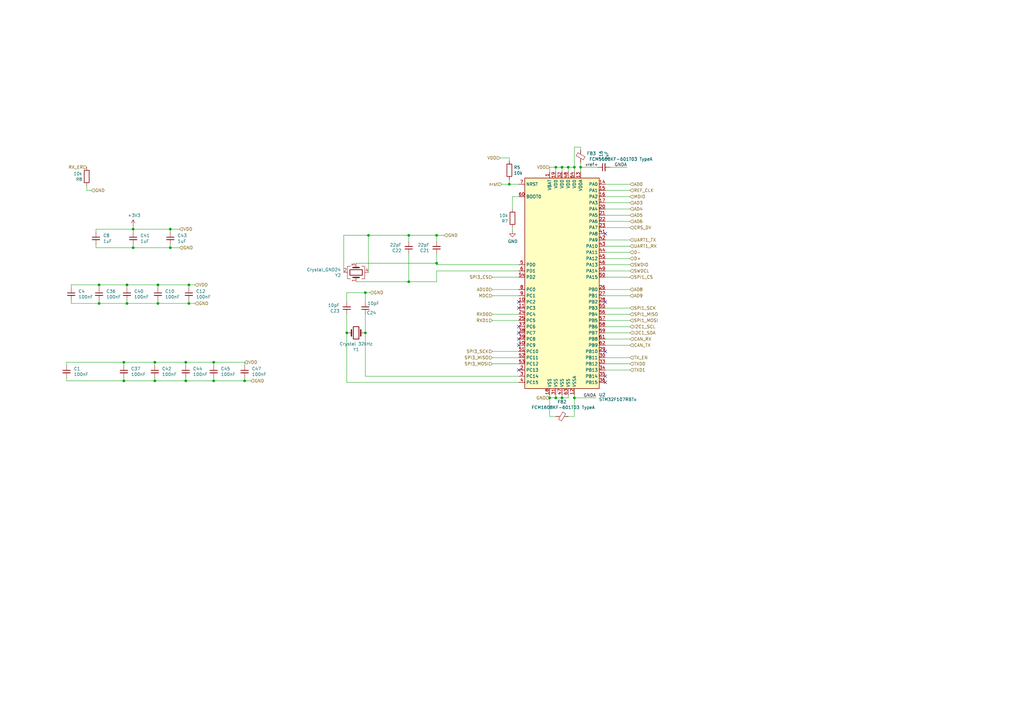
<source format=kicad_sch>
(kicad_sch (version 20211123) (generator eeschema)

  (uuid 4ec618ae-096f-4256-9328-005ee04f13d6)

  (paper "A3")

  (lib_symbols
    (symbol "Device:C_Small" (pin_numbers hide) (pin_names (offset 0.254) hide) (in_bom yes) (on_board yes)
      (property "Reference" "C" (id 0) (at 0.254 1.778 0)
        (effects (font (size 1.27 1.27)) (justify left))
      )
      (property "Value" "C_Small" (id 1) (at 0.254 -2.032 0)
        (effects (font (size 1.27 1.27)) (justify left))
      )
      (property "Footprint" "" (id 2) (at 0 0 0)
        (effects (font (size 1.27 1.27)) hide)
      )
      (property "Datasheet" "~" (id 3) (at 0 0 0)
        (effects (font (size 1.27 1.27)) hide)
      )
      (property "ki_keywords" "capacitor cap" (id 4) (at 0 0 0)
        (effects (font (size 1.27 1.27)) hide)
      )
      (property "ki_description" "Unpolarized capacitor, small symbol" (id 5) (at 0 0 0)
        (effects (font (size 1.27 1.27)) hide)
      )
      (property "ki_fp_filters" "C_*" (id 6) (at 0 0 0)
        (effects (font (size 1.27 1.27)) hide)
      )
      (symbol "C_Small_0_1"
        (polyline
          (pts
            (xy -1.524 -0.508)
            (xy 1.524 -0.508)
          )
          (stroke (width 0.3302) (type default) (color 0 0 0 0))
          (fill (type none))
        )
        (polyline
          (pts
            (xy -1.524 0.508)
            (xy 1.524 0.508)
          )
          (stroke (width 0.3048) (type default) (color 0 0 0 0))
          (fill (type none))
        )
      )
      (symbol "C_Small_1_1"
        (pin passive line (at 0 2.54 270) (length 2.032)
          (name "~" (effects (font (size 1.27 1.27))))
          (number "1" (effects (font (size 1.27 1.27))))
        )
        (pin passive line (at 0 -2.54 90) (length 2.032)
          (name "~" (effects (font (size 1.27 1.27))))
          (number "2" (effects (font (size 1.27 1.27))))
        )
      )
    )
    (symbol "Device:Crystal" (pin_numbers hide) (pin_names (offset 1.016) hide) (in_bom yes) (on_board yes)
      (property "Reference" "Y" (id 0) (at 0 3.81 0)
        (effects (font (size 1.27 1.27)))
      )
      (property "Value" "Crystal" (id 1) (at 0 -3.81 0)
        (effects (font (size 1.27 1.27)))
      )
      (property "Footprint" "" (id 2) (at 0 0 0)
        (effects (font (size 1.27 1.27)) hide)
      )
      (property "Datasheet" "~" (id 3) (at 0 0 0)
        (effects (font (size 1.27 1.27)) hide)
      )
      (property "ki_keywords" "quartz ceramic resonator oscillator" (id 4) (at 0 0 0)
        (effects (font (size 1.27 1.27)) hide)
      )
      (property "ki_description" "Two pin crystal" (id 5) (at 0 0 0)
        (effects (font (size 1.27 1.27)) hide)
      )
      (property "ki_fp_filters" "Crystal*" (id 6) (at 0 0 0)
        (effects (font (size 1.27 1.27)) hide)
      )
      (symbol "Crystal_0_1"
        (rectangle (start -1.143 2.54) (end 1.143 -2.54)
          (stroke (width 0.3048) (type default) (color 0 0 0 0))
          (fill (type none))
        )
        (polyline
          (pts
            (xy -2.54 0)
            (xy -1.905 0)
          )
          (stroke (width 0) (type default) (color 0 0 0 0))
          (fill (type none))
        )
        (polyline
          (pts
            (xy -1.905 -1.27)
            (xy -1.905 1.27)
          )
          (stroke (width 0.508) (type default) (color 0 0 0 0))
          (fill (type none))
        )
        (polyline
          (pts
            (xy 1.905 -1.27)
            (xy 1.905 1.27)
          )
          (stroke (width 0.508) (type default) (color 0 0 0 0))
          (fill (type none))
        )
        (polyline
          (pts
            (xy 2.54 0)
            (xy 1.905 0)
          )
          (stroke (width 0) (type default) (color 0 0 0 0))
          (fill (type none))
        )
      )
      (symbol "Crystal_1_1"
        (pin passive line (at -3.81 0 0) (length 1.27)
          (name "1" (effects (font (size 1.27 1.27))))
          (number "1" (effects (font (size 1.27 1.27))))
        )
        (pin passive line (at 3.81 0 180) (length 1.27)
          (name "2" (effects (font (size 1.27 1.27))))
          (number "2" (effects (font (size 1.27 1.27))))
        )
      )
    )
    (symbol "Device:Crystal_GND24" (pin_names (offset 1.016) hide) (in_bom yes) (on_board yes)
      (property "Reference" "Y" (id 0) (at 3.175 5.08 0)
        (effects (font (size 1.27 1.27)) (justify left))
      )
      (property "Value" "Crystal_GND24" (id 1) (at 3.175 3.175 0)
        (effects (font (size 1.27 1.27)) (justify left))
      )
      (property "Footprint" "" (id 2) (at 0 0 0)
        (effects (font (size 1.27 1.27)) hide)
      )
      (property "Datasheet" "~" (id 3) (at 0 0 0)
        (effects (font (size 1.27 1.27)) hide)
      )
      (property "ki_keywords" "quartz ceramic resonator oscillator" (id 4) (at 0 0 0)
        (effects (font (size 1.27 1.27)) hide)
      )
      (property "ki_description" "Four pin crystal, GND on pins 2 and 4" (id 5) (at 0 0 0)
        (effects (font (size 1.27 1.27)) hide)
      )
      (property "ki_fp_filters" "Crystal*" (id 6) (at 0 0 0)
        (effects (font (size 1.27 1.27)) hide)
      )
      (symbol "Crystal_GND24_0_1"
        (rectangle (start -1.143 2.54) (end 1.143 -2.54)
          (stroke (width 0.3048) (type default) (color 0 0 0 0))
          (fill (type none))
        )
        (polyline
          (pts
            (xy -2.54 0)
            (xy -2.032 0)
          )
          (stroke (width 0) (type default) (color 0 0 0 0))
          (fill (type none))
        )
        (polyline
          (pts
            (xy -2.032 -1.27)
            (xy -2.032 1.27)
          )
          (stroke (width 0.508) (type default) (color 0 0 0 0))
          (fill (type none))
        )
        (polyline
          (pts
            (xy 0 -3.81)
            (xy 0 -3.556)
          )
          (stroke (width 0) (type default) (color 0 0 0 0))
          (fill (type none))
        )
        (polyline
          (pts
            (xy 0 3.556)
            (xy 0 3.81)
          )
          (stroke (width 0) (type default) (color 0 0 0 0))
          (fill (type none))
        )
        (polyline
          (pts
            (xy 2.032 -1.27)
            (xy 2.032 1.27)
          )
          (stroke (width 0.508) (type default) (color 0 0 0 0))
          (fill (type none))
        )
        (polyline
          (pts
            (xy 2.032 0)
            (xy 2.54 0)
          )
          (stroke (width 0) (type default) (color 0 0 0 0))
          (fill (type none))
        )
        (polyline
          (pts
            (xy -2.54 -2.286)
            (xy -2.54 -3.556)
            (xy 2.54 -3.556)
            (xy 2.54 -2.286)
          )
          (stroke (width 0) (type default) (color 0 0 0 0))
          (fill (type none))
        )
        (polyline
          (pts
            (xy -2.54 2.286)
            (xy -2.54 3.556)
            (xy 2.54 3.556)
            (xy 2.54 2.286)
          )
          (stroke (width 0) (type default) (color 0 0 0 0))
          (fill (type none))
        )
      )
      (symbol "Crystal_GND24_1_1"
        (pin passive line (at -3.81 0 0) (length 1.27)
          (name "1" (effects (font (size 1.27 1.27))))
          (number "1" (effects (font (size 1.27 1.27))))
        )
        (pin passive line (at 0 5.08 270) (length 1.27)
          (name "2" (effects (font (size 1.27 1.27))))
          (number "2" (effects (font (size 1.27 1.27))))
        )
        (pin passive line (at 3.81 0 180) (length 1.27)
          (name "3" (effects (font (size 1.27 1.27))))
          (number "3" (effects (font (size 1.27 1.27))))
        )
        (pin passive line (at 0 -5.08 90) (length 1.27)
          (name "4" (effects (font (size 1.27 1.27))))
          (number "4" (effects (font (size 1.27 1.27))))
        )
      )
    )
    (symbol "Device:Ferrite_Bead_Small" (pin_numbers hide) (pin_names (offset 0)) (in_bom yes) (on_board yes)
      (property "Reference" "FB" (id 0) (at 1.905 1.27 0)
        (effects (font (size 1.27 1.27)) (justify left))
      )
      (property "Value" "Device_Ferrite_Bead_Small" (id 1) (at 1.905 -1.27 0)
        (effects (font (size 1.27 1.27)) (justify left))
      )
      (property "Footprint" "" (id 2) (at -1.778 0 90)
        (effects (font (size 1.27 1.27)) hide)
      )
      (property "Datasheet" "" (id 3) (at 0 0 0)
        (effects (font (size 1.27 1.27)) hide)
      )
      (property "ki_fp_filters" "Inductor_* L_* *Ferrite*" (id 4) (at 0 0 0)
        (effects (font (size 1.27 1.27)) hide)
      )
      (symbol "Ferrite_Bead_Small_0_1"
        (polyline
          (pts
            (xy 0 -1.27)
            (xy 0 -0.7874)
          )
          (stroke (width 0) (type default) (color 0 0 0 0))
          (fill (type none))
        )
        (polyline
          (pts
            (xy 0 0.889)
            (xy 0 1.2954)
          )
          (stroke (width 0) (type default) (color 0 0 0 0))
          (fill (type none))
        )
        (polyline
          (pts
            (xy -1.8288 0.2794)
            (xy -1.1176 1.4986)
            (xy 1.8288 -0.2032)
            (xy 1.1176 -1.4224)
            (xy -1.8288 0.2794)
          )
          (stroke (width 0) (type default) (color 0 0 0 0))
          (fill (type none))
        )
      )
      (symbol "Ferrite_Bead_Small_1_1"
        (pin passive line (at 0 2.54 270) (length 1.27)
          (name "~" (effects (font (size 1.27 1.27))))
          (number "1" (effects (font (size 1.27 1.27))))
        )
        (pin passive line (at 0 -2.54 90) (length 1.27)
          (name "~" (effects (font (size 1.27 1.27))))
          (number "2" (effects (font (size 1.27 1.27))))
        )
      )
    )
    (symbol "Device:R" (pin_numbers hide) (pin_names (offset 0)) (in_bom yes) (on_board yes)
      (property "Reference" "R" (id 0) (at 2.032 0 90)
        (effects (font (size 1.27 1.27)))
      )
      (property "Value" "R" (id 1) (at 0 0 90)
        (effects (font (size 1.27 1.27)))
      )
      (property "Footprint" "" (id 2) (at -1.778 0 90)
        (effects (font (size 1.27 1.27)) hide)
      )
      (property "Datasheet" "~" (id 3) (at 0 0 0)
        (effects (font (size 1.27 1.27)) hide)
      )
      (property "ki_keywords" "R res resistor" (id 4) (at 0 0 0)
        (effects (font (size 1.27 1.27)) hide)
      )
      (property "ki_description" "Resistor" (id 5) (at 0 0 0)
        (effects (font (size 1.27 1.27)) hide)
      )
      (property "ki_fp_filters" "R_*" (id 6) (at 0 0 0)
        (effects (font (size 1.27 1.27)) hide)
      )
      (symbol "R_0_1"
        (rectangle (start -1.016 -2.54) (end 1.016 2.54)
          (stroke (width 0.254) (type default) (color 0 0 0 0))
          (fill (type none))
        )
      )
      (symbol "R_1_1"
        (pin passive line (at 0 3.81 270) (length 1.27)
          (name "~" (effects (font (size 1.27 1.27))))
          (number "1" (effects (font (size 1.27 1.27))))
        )
        (pin passive line (at 0 -3.81 90) (length 1.27)
          (name "~" (effects (font (size 1.27 1.27))))
          (number "2" (effects (font (size 1.27 1.27))))
        )
      )
    )
    (symbol "MCU_ST_STM32F1:STM32F107RBTx" (in_bom yes) (on_board yes)
      (property "Reference" "U" (id 0) (at -15.24 44.45 0)
        (effects (font (size 1.27 1.27)) (justify left))
      )
      (property "Value" "STM32F107RBTx" (id 1) (at 10.16 44.45 0)
        (effects (font (size 1.27 1.27)) (justify left))
      )
      (property "Footprint" "Package_QFP:LQFP-64_10x10mm_P0.5mm" (id 2) (at -15.24 -43.18 0)
        (effects (font (size 1.27 1.27)) (justify right) hide)
      )
      (property "Datasheet" "http://www.st.com/st-web-ui/static/active/en/resource/technical/document/datasheet/CD00220364.pdf" (id 3) (at 0 0 0)
        (effects (font (size 1.27 1.27)) hide)
      )
      (property "ki_keywords" "ARM Cortex-M3 STM32F1 STM32F105/107" (id 4) (at 0 0 0)
        (effects (font (size 1.27 1.27)) hide)
      )
      (property "ki_description" "ARM Cortex-M3 MCU, 128KB flash, 64KB RAM, 72MHz, 2-3.6V, 51 GPIO, LQFP-64" (id 5) (at 0 0 0)
        (effects (font (size 1.27 1.27)) hide)
      )
      (property "ki_fp_filters" "LQFP*10x10mm*P0.5mm*" (id 6) (at 0 0 0)
        (effects (font (size 1.27 1.27)) hide)
      )
      (symbol "STM32F107RBTx_0_1"
        (rectangle (start -15.24 -43.18) (end 15.24 43.18)
          (stroke (width 0.254) (type default) (color 0 0 0 0))
          (fill (type background))
        )
      )
      (symbol "STM32F107RBTx_1_1"
        (pin power_in line (at -5.08 45.72 270) (length 2.54)
          (name "VBAT" (effects (font (size 1.27 1.27))))
          (number "1" (effects (font (size 1.27 1.27))))
        )
        (pin bidirectional line (at -17.78 -7.62 0) (length 2.54)
          (name "PC2" (effects (font (size 1.27 1.27))))
          (number "10" (effects (font (size 1.27 1.27))))
        )
        (pin bidirectional line (at -17.78 -10.16 0) (length 2.54)
          (name "PC3" (effects (font (size 1.27 1.27))))
          (number "11" (effects (font (size 1.27 1.27))))
        )
        (pin power_in line (at 5.08 -45.72 90) (length 2.54)
          (name "VSSA" (effects (font (size 1.27 1.27))))
          (number "12" (effects (font (size 1.27 1.27))))
        )
        (pin power_in line (at 7.62 45.72 270) (length 2.54)
          (name "VDDA" (effects (font (size 1.27 1.27))))
          (number "13" (effects (font (size 1.27 1.27))))
        )
        (pin bidirectional line (at 17.78 40.64 180) (length 2.54)
          (name "PA0" (effects (font (size 1.27 1.27))))
          (number "14" (effects (font (size 1.27 1.27))))
        )
        (pin bidirectional line (at 17.78 38.1 180) (length 2.54)
          (name "PA1" (effects (font (size 1.27 1.27))))
          (number "15" (effects (font (size 1.27 1.27))))
        )
        (pin bidirectional line (at 17.78 35.56 180) (length 2.54)
          (name "PA2" (effects (font (size 1.27 1.27))))
          (number "16" (effects (font (size 1.27 1.27))))
        )
        (pin bidirectional line (at 17.78 33.02 180) (length 2.54)
          (name "PA3" (effects (font (size 1.27 1.27))))
          (number "17" (effects (font (size 1.27 1.27))))
        )
        (pin power_in line (at -5.08 -45.72 90) (length 2.54)
          (name "VSS" (effects (font (size 1.27 1.27))))
          (number "18" (effects (font (size 1.27 1.27))))
        )
        (pin power_in line (at -2.54 45.72 270) (length 2.54)
          (name "VDD" (effects (font (size 1.27 1.27))))
          (number "19" (effects (font (size 1.27 1.27))))
        )
        (pin bidirectional line (at -17.78 -35.56 0) (length 2.54)
          (name "PC13" (effects (font (size 1.27 1.27))))
          (number "2" (effects (font (size 1.27 1.27))))
        )
        (pin bidirectional line (at 17.78 30.48 180) (length 2.54)
          (name "PA4" (effects (font (size 1.27 1.27))))
          (number "20" (effects (font (size 1.27 1.27))))
        )
        (pin bidirectional line (at 17.78 27.94 180) (length 2.54)
          (name "PA5" (effects (font (size 1.27 1.27))))
          (number "21" (effects (font (size 1.27 1.27))))
        )
        (pin bidirectional line (at 17.78 25.4 180) (length 2.54)
          (name "PA6" (effects (font (size 1.27 1.27))))
          (number "22" (effects (font (size 1.27 1.27))))
        )
        (pin bidirectional line (at 17.78 22.86 180) (length 2.54)
          (name "PA7" (effects (font (size 1.27 1.27))))
          (number "23" (effects (font (size 1.27 1.27))))
        )
        (pin bidirectional line (at -17.78 -12.7 0) (length 2.54)
          (name "PC4" (effects (font (size 1.27 1.27))))
          (number "24" (effects (font (size 1.27 1.27))))
        )
        (pin bidirectional line (at -17.78 -15.24 0) (length 2.54)
          (name "PC5" (effects (font (size 1.27 1.27))))
          (number "25" (effects (font (size 1.27 1.27))))
        )
        (pin bidirectional line (at 17.78 -2.54 180) (length 2.54)
          (name "PB0" (effects (font (size 1.27 1.27))))
          (number "26" (effects (font (size 1.27 1.27))))
        )
        (pin bidirectional line (at 17.78 -5.08 180) (length 2.54)
          (name "PB1" (effects (font (size 1.27 1.27))))
          (number "27" (effects (font (size 1.27 1.27))))
        )
        (pin bidirectional line (at 17.78 -7.62 180) (length 2.54)
          (name "PB2" (effects (font (size 1.27 1.27))))
          (number "28" (effects (font (size 1.27 1.27))))
        )
        (pin bidirectional line (at 17.78 -27.94 180) (length 2.54)
          (name "PB10" (effects (font (size 1.27 1.27))))
          (number "29" (effects (font (size 1.27 1.27))))
        )
        (pin bidirectional line (at -17.78 -38.1 0) (length 2.54)
          (name "PC14" (effects (font (size 1.27 1.27))))
          (number "3" (effects (font (size 1.27 1.27))))
        )
        (pin bidirectional line (at 17.78 -30.48 180) (length 2.54)
          (name "PB11" (effects (font (size 1.27 1.27))))
          (number "30" (effects (font (size 1.27 1.27))))
        )
        (pin power_in line (at -2.54 -45.72 90) (length 2.54)
          (name "VSS" (effects (font (size 1.27 1.27))))
          (number "31" (effects (font (size 1.27 1.27))))
        )
        (pin power_in line (at 0 45.72 270) (length 2.54)
          (name "VDD" (effects (font (size 1.27 1.27))))
          (number "32" (effects (font (size 1.27 1.27))))
        )
        (pin bidirectional line (at 17.78 -33.02 180) (length 2.54)
          (name "PB12" (effects (font (size 1.27 1.27))))
          (number "33" (effects (font (size 1.27 1.27))))
        )
        (pin bidirectional line (at 17.78 -35.56 180) (length 2.54)
          (name "PB13" (effects (font (size 1.27 1.27))))
          (number "34" (effects (font (size 1.27 1.27))))
        )
        (pin bidirectional line (at 17.78 -38.1 180) (length 2.54)
          (name "PB14" (effects (font (size 1.27 1.27))))
          (number "35" (effects (font (size 1.27 1.27))))
        )
        (pin bidirectional line (at 17.78 -40.64 180) (length 2.54)
          (name "PB15" (effects (font (size 1.27 1.27))))
          (number "36" (effects (font (size 1.27 1.27))))
        )
        (pin bidirectional line (at -17.78 -17.78 0) (length 2.54)
          (name "PC6" (effects (font (size 1.27 1.27))))
          (number "37" (effects (font (size 1.27 1.27))))
        )
        (pin bidirectional line (at -17.78 -20.32 0) (length 2.54)
          (name "PC7" (effects (font (size 1.27 1.27))))
          (number "38" (effects (font (size 1.27 1.27))))
        )
        (pin bidirectional line (at -17.78 -22.86 0) (length 2.54)
          (name "PC8" (effects (font (size 1.27 1.27))))
          (number "39" (effects (font (size 1.27 1.27))))
        )
        (pin bidirectional line (at -17.78 -40.64 0) (length 2.54)
          (name "PC15" (effects (font (size 1.27 1.27))))
          (number "4" (effects (font (size 1.27 1.27))))
        )
        (pin bidirectional line (at -17.78 -25.4 0) (length 2.54)
          (name "PC9" (effects (font (size 1.27 1.27))))
          (number "40" (effects (font (size 1.27 1.27))))
        )
        (pin bidirectional line (at 17.78 20.32 180) (length 2.54)
          (name "PA8" (effects (font (size 1.27 1.27))))
          (number "41" (effects (font (size 1.27 1.27))))
        )
        (pin bidirectional line (at 17.78 17.78 180) (length 2.54)
          (name "PA9" (effects (font (size 1.27 1.27))))
          (number "42" (effects (font (size 1.27 1.27))))
        )
        (pin bidirectional line (at 17.78 15.24 180) (length 2.54)
          (name "PA10" (effects (font (size 1.27 1.27))))
          (number "43" (effects (font (size 1.27 1.27))))
        )
        (pin bidirectional line (at 17.78 12.7 180) (length 2.54)
          (name "PA11" (effects (font (size 1.27 1.27))))
          (number "44" (effects (font (size 1.27 1.27))))
        )
        (pin bidirectional line (at 17.78 10.16 180) (length 2.54)
          (name "PA12" (effects (font (size 1.27 1.27))))
          (number "45" (effects (font (size 1.27 1.27))))
        )
        (pin bidirectional line (at 17.78 7.62 180) (length 2.54)
          (name "PA13" (effects (font (size 1.27 1.27))))
          (number "46" (effects (font (size 1.27 1.27))))
        )
        (pin power_in line (at 0 -45.72 90) (length 2.54)
          (name "VSS" (effects (font (size 1.27 1.27))))
          (number "47" (effects (font (size 1.27 1.27))))
        )
        (pin power_in line (at 2.54 45.72 270) (length 2.54)
          (name "VDD" (effects (font (size 1.27 1.27))))
          (number "48" (effects (font (size 1.27 1.27))))
        )
        (pin bidirectional line (at 17.78 5.08 180) (length 2.54)
          (name "PA14" (effects (font (size 1.27 1.27))))
          (number "49" (effects (font (size 1.27 1.27))))
        )
        (pin input line (at -17.78 7.62 0) (length 2.54)
          (name "PD0" (effects (font (size 1.27 1.27))))
          (number "5" (effects (font (size 1.27 1.27))))
        )
        (pin bidirectional line (at 17.78 2.54 180) (length 2.54)
          (name "PA15" (effects (font (size 1.27 1.27))))
          (number "50" (effects (font (size 1.27 1.27))))
        )
        (pin bidirectional line (at -17.78 -27.94 0) (length 2.54)
          (name "PC10" (effects (font (size 1.27 1.27))))
          (number "51" (effects (font (size 1.27 1.27))))
        )
        (pin bidirectional line (at -17.78 -30.48 0) (length 2.54)
          (name "PC11" (effects (font (size 1.27 1.27))))
          (number "52" (effects (font (size 1.27 1.27))))
        )
        (pin bidirectional line (at -17.78 -33.02 0) (length 2.54)
          (name "PC12" (effects (font (size 1.27 1.27))))
          (number "53" (effects (font (size 1.27 1.27))))
        )
        (pin bidirectional line (at -17.78 2.54 0) (length 2.54)
          (name "PD2" (effects (font (size 1.27 1.27))))
          (number "54" (effects (font (size 1.27 1.27))))
        )
        (pin bidirectional line (at 17.78 -10.16 180) (length 2.54)
          (name "PB3" (effects (font (size 1.27 1.27))))
          (number "55" (effects (font (size 1.27 1.27))))
        )
        (pin bidirectional line (at 17.78 -12.7 180) (length 2.54)
          (name "PB4" (effects (font (size 1.27 1.27))))
          (number "56" (effects (font (size 1.27 1.27))))
        )
        (pin bidirectional line (at 17.78 -15.24 180) (length 2.54)
          (name "PB5" (effects (font (size 1.27 1.27))))
          (number "57" (effects (font (size 1.27 1.27))))
        )
        (pin bidirectional line (at 17.78 -17.78 180) (length 2.54)
          (name "PB6" (effects (font (size 1.27 1.27))))
          (number "58" (effects (font (size 1.27 1.27))))
        )
        (pin bidirectional line (at 17.78 -20.32 180) (length 2.54)
          (name "PB7" (effects (font (size 1.27 1.27))))
          (number "59" (effects (font (size 1.27 1.27))))
        )
        (pin input line (at -17.78 5.08 0) (length 2.54)
          (name "PD1" (effects (font (size 1.27 1.27))))
          (number "6" (effects (font (size 1.27 1.27))))
        )
        (pin input line (at -17.78 35.56 0) (length 2.54)
          (name "BOOT0" (effects (font (size 1.27 1.27))))
          (number "60" (effects (font (size 1.27 1.27))))
        )
        (pin bidirectional line (at 17.78 -22.86 180) (length 2.54)
          (name "PB8" (effects (font (size 1.27 1.27))))
          (number "61" (effects (font (size 1.27 1.27))))
        )
        (pin bidirectional line (at 17.78 -25.4 180) (length 2.54)
          (name "PB9" (effects (font (size 1.27 1.27))))
          (number "62" (effects (font (size 1.27 1.27))))
        )
        (pin power_in line (at 2.54 -45.72 90) (length 2.54)
          (name "VSS" (effects (font (size 1.27 1.27))))
          (number "63" (effects (font (size 1.27 1.27))))
        )
        (pin power_in line (at 5.08 45.72 270) (length 2.54)
          (name "VDD" (effects (font (size 1.27 1.27))))
          (number "64" (effects (font (size 1.27 1.27))))
        )
        (pin input line (at -17.78 40.64 0) (length 2.54)
          (name "NRST" (effects (font (size 1.27 1.27))))
          (number "7" (effects (font (size 1.27 1.27))))
        )
        (pin bidirectional line (at -17.78 -2.54 0) (length 2.54)
          (name "PC0" (effects (font (size 1.27 1.27))))
          (number "8" (effects (font (size 1.27 1.27))))
        )
        (pin bidirectional line (at -17.78 -5.08 0) (length 2.54)
          (name "PC1" (effects (font (size 1.27 1.27))))
          (number "9" (effects (font (size 1.27 1.27))))
        )
      )
    )
    (symbol "power:+3V3" (power) (pin_names (offset 0)) (in_bom yes) (on_board yes)
      (property "Reference" "#PWR" (id 0) (at 0 -3.81 0)
        (effects (font (size 1.27 1.27)) hide)
      )
      (property "Value" "+3V3" (id 1) (at 0 3.556 0)
        (effects (font (size 1.27 1.27)))
      )
      (property "Footprint" "" (id 2) (at 0 0 0)
        (effects (font (size 1.27 1.27)) hide)
      )
      (property "Datasheet" "" (id 3) (at 0 0 0)
        (effects (font (size 1.27 1.27)) hide)
      )
      (property "ki_keywords" "power-flag" (id 4) (at 0 0 0)
        (effects (font (size 1.27 1.27)) hide)
      )
      (property "ki_description" "Power symbol creates a global label with name \"+3V3\"" (id 5) (at 0 0 0)
        (effects (font (size 1.27 1.27)) hide)
      )
      (symbol "+3V3_0_1"
        (polyline
          (pts
            (xy -0.762 1.27)
            (xy 0 2.54)
          )
          (stroke (width 0) (type default) (color 0 0 0 0))
          (fill (type none))
        )
        (polyline
          (pts
            (xy 0 0)
            (xy 0 2.54)
          )
          (stroke (width 0) (type default) (color 0 0 0 0))
          (fill (type none))
        )
        (polyline
          (pts
            (xy 0 2.54)
            (xy 0.762 1.27)
          )
          (stroke (width 0) (type default) (color 0 0 0 0))
          (fill (type none))
        )
      )
      (symbol "+3V3_1_1"
        (pin power_in line (at 0 0 90) (length 0) hide
          (name "+3V3" (effects (font (size 1.27 1.27))))
          (number "1" (effects (font (size 1.27 1.27))))
        )
      )
    )
    (symbol "power:GND" (power) (pin_names (offset 0)) (in_bom yes) (on_board yes)
      (property "Reference" "#PWR" (id 0) (at 0 -6.35 0)
        (effects (font (size 1.27 1.27)) hide)
      )
      (property "Value" "GND" (id 1) (at 0 -3.81 0)
        (effects (font (size 1.27 1.27)))
      )
      (property "Footprint" "" (id 2) (at 0 0 0)
        (effects (font (size 1.27 1.27)) hide)
      )
      (property "Datasheet" "" (id 3) (at 0 0 0)
        (effects (font (size 1.27 1.27)) hide)
      )
      (property "ki_keywords" "power-flag" (id 4) (at 0 0 0)
        (effects (font (size 1.27 1.27)) hide)
      )
      (property "ki_description" "Power symbol creates a global label with name \"GND\" , ground" (id 5) (at 0 0 0)
        (effects (font (size 1.27 1.27)) hide)
      )
      (symbol "GND_0_1"
        (polyline
          (pts
            (xy 0 0)
            (xy 0 -1.27)
            (xy 1.27 -1.27)
            (xy 0 -2.54)
            (xy -1.27 -1.27)
            (xy 0 -1.27)
          )
          (stroke (width 0) (type default) (color 0 0 0 0))
          (fill (type none))
        )
      )
      (symbol "GND_1_1"
        (pin power_in line (at 0 0 270) (length 0) hide
          (name "GND" (effects (font (size 1.27 1.27))))
          (number "1" (effects (font (size 1.27 1.27))))
        )
      )
    )
  )

  (junction (at 100.33 156.21) (diameter 0) (color 0 0 0 0)
    (uuid 01f82238-6335-48fe-8b0a-6853e227345a)
  )
  (junction (at 235.585 68.58) (diameter 0) (color 0 0 0 0)
    (uuid 0b9f21ed-3d41-4f23-ae45-74117a5f3153)
  )
  (junction (at 40.64 124.46) (diameter 0) (color 0 0 0 0)
    (uuid 0cbeb329-a88d-4a47-a5c2-a1d693de2f8c)
  )
  (junction (at 50.8 156.21) (diameter 0) (color 0 0 0 0)
    (uuid 15a82541-58d8-45b5-99c5-fb52e017e3ea)
  )
  (junction (at 69.85 93.98) (diameter 0) (color 0 0 0 0)
    (uuid 235067e2-1686-40fe-a9a0-61704311b2b1)
  )
  (junction (at 76.2 156.21) (diameter 0) (color 0 0 0 0)
    (uuid 319639ae-c2c5-486d-93b1-d03bb1b64252)
  )
  (junction (at 225.425 163.195) (diameter 0) (color 0 0 0 0)
    (uuid 4a7e3849-3bc9-4bb3-b16a-fab2f5cee0e5)
  )
  (junction (at 52.07 116.84) (diameter 0) (color 0 0 0 0)
    (uuid 52a8f1be-73ca-41a8-bc24-2320706b0ec1)
  )
  (junction (at 151.13 96.52) (diameter 0) (color 0 0 0 0)
    (uuid 5c7d6eaf-f256-4349-8203-d2e836872231)
  )
  (junction (at 227.965 163.195) (diameter 0) (color 0 0 0 0)
    (uuid 718e5c6d-0e4c-46d8-a149-2f2bfc54c7f1)
  )
  (junction (at 63.5 148.59) (diameter 0) (color 0 0 0 0)
    (uuid 759788bd-3cb9-4d38-b58c-5cb10b7dca6b)
  )
  (junction (at 77.47 124.46) (diameter 0) (color 0 0 0 0)
    (uuid 7744b6ee-910d-401d-b730-65c35d3d8092)
  )
  (junction (at 235.585 163.195) (diameter 0) (color 0 0 0 0)
    (uuid 7acd513a-187b-4936-9f93-2e521ce33ad5)
  )
  (junction (at 233.045 68.58) (diameter 0) (color 0 0 0 0)
    (uuid 7b766787-7689-40b8-9ef5-c0b1af45a9ae)
  )
  (junction (at 40.64 116.84) (diameter 0) (color 0 0 0 0)
    (uuid 7c2008c8-0626-4a09-a873-065e83502a0e)
  )
  (junction (at 64.77 116.84) (diameter 0) (color 0 0 0 0)
    (uuid 7db990e4-92e1-4f99-b4d2-435bbec1ba83)
  )
  (junction (at 69.85 101.6) (diameter 0) (color 0 0 0 0)
    (uuid 8bdea5f6-7a53-427a-92b8-fd15994c2e8c)
  )
  (junction (at 87.63 148.59) (diameter 0) (color 0 0 0 0)
    (uuid 97581b9a-3f6b-4e88-8768-6fdb60e6aca6)
  )
  (junction (at 227.965 68.58) (diameter 0) (color 0 0 0 0)
    (uuid 99186658-0361-40ba-ae93-62f23c5622e6)
  )
  (junction (at 179.07 107.95) (diameter 0) (color 0 0 0 0)
    (uuid aa1c6f47-cbd4-4cbd-8265-e5ac08b7ffc8)
  )
  (junction (at 208.915 75.565) (diameter 0) (color 0 0 0 0)
    (uuid b12e5309-5d01-40ef-a9c3-8453e00a555e)
  )
  (junction (at 167.64 115.57) (diameter 0) (color 0 0 0 0)
    (uuid b287f145-851e-45cc-b200-e62677b551d5)
  )
  (junction (at 142.24 136.525) (diameter 0) (color 0 0 0 0)
    (uuid b4833916-7a3e-4498-86fb-ec6d13262ffe)
  )
  (junction (at 63.5 156.21) (diameter 0) (color 0 0 0 0)
    (uuid bb59b92a-e4d0-4b9e-82cd-26304f5c15b8)
  )
  (junction (at 87.63 156.21) (diameter 0) (color 0 0 0 0)
    (uuid c71f56c1-5b7c-4373-9716-fffac482104c)
  )
  (junction (at 149.86 136.525) (diameter 0) (color 0 0 0 0)
    (uuid cc48dd41-7768-48d3-b096-2c4cc2126c9d)
  )
  (junction (at 64.77 124.46) (diameter 0) (color 0 0 0 0)
    (uuid cc75e5ae-3348-4e7a-bd16-4df685ee47bd)
  )
  (junction (at 167.64 96.52) (diameter 0) (color 0 0 0 0)
    (uuid d68e5ddb-039c-483f-88a3-1b0b7964b482)
  )
  (junction (at 149.86 120.015) (diameter 0) (color 0 0 0 0)
    (uuid e091e263-c616-48ef-a460-465c70218987)
  )
  (junction (at 179.07 96.52) (diameter 0) (color 0 0 0 0)
    (uuid e0c7ddff-8c90-465f-be62-21fb49b059fa)
  )
  (junction (at 50.8 148.59) (diameter 0) (color 0 0 0 0)
    (uuid e70b6168-f98e-4322-bc55-500948ef7b77)
  )
  (junction (at 238.125 68.58) (diameter 0) (color 0 0 0 0)
    (uuid ee29d712-3378-4507-a00b-003526b29bb1)
  )
  (junction (at 52.07 124.46) (diameter 0) (color 0 0 0 0)
    (uuid f2480d0c-9b08-4037-9175-b2369af04d4c)
  )
  (junction (at 54.61 93.98) (diameter 0) (color 0 0 0 0)
    (uuid f357ddb5-3f44-43b0-b00d-d64f5c62ba4a)
  )
  (junction (at 76.2 148.59) (diameter 0) (color 0 0 0 0)
    (uuid f447e585-df78-4239-b8cb-4653b3837bb1)
  )
  (junction (at 230.505 163.195) (diameter 0) (color 0 0 0 0)
    (uuid f50dae73-c5b5-475d-ac8c-5b555be54fa3)
  )
  (junction (at 77.47 116.84) (diameter 0) (color 0 0 0 0)
    (uuid f5bf5b4a-5213-48af-a5cd-0d67969d2de6)
  )
  (junction (at 54.61 101.6) (diameter 0) (color 0 0 0 0)
    (uuid fa00d3f4-bb71-4b1d-aa40-ae9267e2c41f)
  )
  (junction (at 230.505 68.58) (diameter 0) (color 0 0 0 0)
    (uuid fc83cd71-1198-4019-87a1-dc154bceead3)
  )

  (no_connect (at 248.285 144.145) (uuid 12c8f4c9-cb79-4390-b96c-a717c693de17))
  (no_connect (at 212.725 136.525) (uuid 2a6075ae-c7fa-41db-86b8-3f996740bdc2))
  (no_connect (at 212.725 151.765) (uuid 4344bc11-e822-474b-8d61-d12211e719b1))
  (no_connect (at 212.725 123.825) (uuid 5f6afe3e-3cb2-473a-819c-dc94ae52a6be))
  (no_connect (at 248.285 95.885) (uuid 6a2bcc72-047b-4846-8583-1109e3552669))
  (no_connect (at 248.285 154.305) (uuid 775e8983-a723-43c5-bf00-61681f0840f3))
  (no_connect (at 212.725 139.065) (uuid 8f12311d-6f4c-4d28-a5bc-d6cb462bade7))
  (no_connect (at 212.725 126.365) (uuid 98970bf0-1168-4b4e-a1c9-3b0c8d7eaacf))
  (no_connect (at 248.285 156.845) (uuid a0e7a81b-2259-4f8d-8368-ba75f2004714))
  (no_connect (at 212.725 133.985) (uuid c67ad10d-2f75-4ec6-a139-47058f7f06b2))
  (no_connect (at 212.725 141.605) (uuid db742b9e-1fed-4e0c-b783-f911ab5116aa))
  (no_connect (at 248.285 123.825) (uuid f5c43e09-08d6-4a29-a53a-3b9ea7fb34cd))

  (wire (pts (xy 80.01 124.46) (xy 77.47 124.46))
    (stroke (width 0) (type default) (color 0 0 0 0))
    (uuid 014d13cd-26ad-4d0e-86ad-a43b541cab14)
  )
  (wire (pts (xy 201.93 113.665) (xy 212.725 113.665))
    (stroke (width 0) (type default) (color 0 0 0 0))
    (uuid 02538207-54a8-4266-8d51-23871852b2ff)
  )
  (wire (pts (xy 167.64 115.57) (xy 179.07 115.57))
    (stroke (width 0) (type default) (color 0 0 0 0))
    (uuid 051b8cb0-ae77-4e09-98a7-bf2103319e66)
  )
  (wire (pts (xy 235.585 170.815) (xy 235.585 163.195))
    (stroke (width 0) (type default) (color 0 0 0 0))
    (uuid 083becc8-e25d-4206-9636-55457650bbe3)
  )
  (wire (pts (xy 248.285 85.725) (xy 258.445 85.725))
    (stroke (width 0) (type default) (color 0 0 0 0))
    (uuid 0cc9bf07-55b9-458f-b8aa-41b2f51fa940)
  )
  (wire (pts (xy 208.915 73.66) (xy 208.915 75.565))
    (stroke (width 0) (type default) (color 0 0 0 0))
    (uuid 0d993e48-cea3-4104-9c5a-d8f97b64a3ac)
  )
  (wire (pts (xy 142.24 120.015) (xy 142.24 123.825))
    (stroke (width 0) (type default) (color 0 0 0 0))
    (uuid 0dfdfa9f-1e3f-4e14-b64b-12bde76a80c7)
  )
  (wire (pts (xy 100.33 156.21) (xy 102.87 156.21))
    (stroke (width 0) (type default) (color 0 0 0 0))
    (uuid 0e249018-17e7-42b3-ae5d-5ebf3ae299ae)
  )
  (wire (pts (xy 201.93 121.285) (xy 212.725 121.285))
    (stroke (width 0) (type default) (color 0 0 0 0))
    (uuid 0f560957-a8c5-442f-b20c-c2d88613742c)
  )
  (wire (pts (xy 50.8 156.21) (xy 63.5 156.21))
    (stroke (width 0) (type default) (color 0 0 0 0))
    (uuid 0fc5db66-6188-4c1f-bb14-0868bef113eb)
  )
  (wire (pts (xy 227.965 68.58) (xy 225.425 68.58))
    (stroke (width 0) (type default) (color 0 0 0 0))
    (uuid 10d8ad0e-6a08-4053-92aa-23a15910fd21)
  )
  (wire (pts (xy 27.305 156.21) (xy 27.305 154.94))
    (stroke (width 0) (type default) (color 0 0 0 0))
    (uuid 10e52e95-44f3-4059-a86d-dcda603e0623)
  )
  (wire (pts (xy 238.125 68.58) (xy 238.125 70.485))
    (stroke (width 0) (type default) (color 0 0 0 0))
    (uuid 123968c6-74e7-4754-8c36-08ea08e42555)
  )
  (wire (pts (xy 54.61 93.98) (xy 54.61 92.71))
    (stroke (width 0) (type default) (color 0 0 0 0))
    (uuid 12a24e86-2c38-4685-bba9-fff8dddb4cb0)
  )
  (wire (pts (xy 27.305 148.59) (xy 50.8 148.59))
    (stroke (width 0) (type default) (color 0 0 0 0))
    (uuid 12f8e43c-8f83-48d3-a9b5-5f3ebc0b6c43)
  )
  (wire (pts (xy 87.63 148.59) (xy 100.33 148.59))
    (stroke (width 0) (type default) (color 0 0 0 0))
    (uuid 13bbfffc-affb-4b43-9eb1-f2ed90a8a919)
  )
  (wire (pts (xy 54.61 93.98) (xy 69.85 93.98))
    (stroke (width 0) (type default) (color 0 0 0 0))
    (uuid 14094ad2-b562-4efa-8c6f-51d7a3134345)
  )
  (wire (pts (xy 37.465 78.105) (xy 35.56 78.105))
    (stroke (width 0) (type default) (color 0 0 0 0))
    (uuid 1427bb3f-0689-4b41-a816-cd79a5202fd0)
  )
  (wire (pts (xy 50.8 154.94) (xy 50.8 156.21))
    (stroke (width 0) (type default) (color 0 0 0 0))
    (uuid 142dd724-2a9f-4eea-ab21-209b1bc7ec65)
  )
  (wire (pts (xy 201.93 118.745) (xy 212.725 118.745))
    (stroke (width 0) (type default) (color 0 0 0 0))
    (uuid 17ed3508-fa2e-4593-a799-bfd39a6cc14d)
  )
  (wire (pts (xy 87.63 156.21) (xy 100.33 156.21))
    (stroke (width 0) (type default) (color 0 0 0 0))
    (uuid 1ab71a3c-340b-469a-ada5-4f87f0b7b2fa)
  )
  (wire (pts (xy 238.125 61.595) (xy 238.125 60.325))
    (stroke (width 0) (type default) (color 0 0 0 0))
    (uuid 1b023dd4-5185-4576-b544-68a05b9c360b)
  )
  (wire (pts (xy 208.915 64.77) (xy 208.915 66.04))
    (stroke (width 0) (type default) (color 0 0 0 0))
    (uuid 1c9f6fea-1796-4a2d-80b3-ae22ce51c8f5)
  )
  (wire (pts (xy 69.85 101.6) (xy 73.66 101.6))
    (stroke (width 0) (type default) (color 0 0 0 0))
    (uuid 1cb22080-0f59-4c18-a6e6-8685ef44ec53)
  )
  (wire (pts (xy 182.245 96.52) (xy 179.07 96.52))
    (stroke (width 0) (type default) (color 0 0 0 0))
    (uuid 1dfbf353-5b24-4c0f-8322-8fcd514ae75e)
  )
  (wire (pts (xy 210.185 80.645) (xy 212.725 80.645))
    (stroke (width 0) (type default) (color 0 0 0 0))
    (uuid 20901d7e-a300-4069-8967-a6a7e97a68bc)
  )
  (wire (pts (xy 63.5 148.59) (xy 76.2 148.59))
    (stroke (width 0) (type default) (color 0 0 0 0))
    (uuid 20caf6d2-76a7-497e-ac56-f6d31eb9027b)
  )
  (wire (pts (xy 248.285 103.505) (xy 258.445 103.505))
    (stroke (width 0) (type default) (color 0 0 0 0))
    (uuid 212bf70c-2324-47d9-8700-59771063baeb)
  )
  (wire (pts (xy 248.285 139.065) (xy 258.445 139.065))
    (stroke (width 0) (type default) (color 0 0 0 0))
    (uuid 2165c9a4-eb84-4cb6-a870-2fdc39d2511b)
  )
  (wire (pts (xy 248.285 88.265) (xy 258.445 88.265))
    (stroke (width 0) (type default) (color 0 0 0 0))
    (uuid 241e0c85-4796-48eb-a5a0-1c0f2d6e5910)
  )
  (wire (pts (xy 225.425 68.58) (xy 225.425 70.485))
    (stroke (width 0) (type default) (color 0 0 0 0))
    (uuid 2b64d2cb-d62a-4762-97ea-f1b0d4293c4f)
  )
  (wire (pts (xy 233.045 68.58) (xy 230.505 68.58))
    (stroke (width 0) (type default) (color 0 0 0 0))
    (uuid 2c95b9a6-9c71-4108-9cde-57ddfdd2dd19)
  )
  (wire (pts (xy 248.285 136.525) (xy 258.445 136.525))
    (stroke (width 0) (type default) (color 0 0 0 0))
    (uuid 2de1ffee-2174-41d2-8969-68b8d21e5a7d)
  )
  (wire (pts (xy 76.2 149.86) (xy 76.2 148.59))
    (stroke (width 0) (type default) (color 0 0 0 0))
    (uuid 2f291a4b-4ecb-4692-9ad2-324f9784c0d4)
  )
  (wire (pts (xy 69.85 93.98) (xy 73.66 93.98))
    (stroke (width 0) (type default) (color 0 0 0 0))
    (uuid 31f91ec8-56e4-4e08-9ccd-012652772211)
  )
  (wire (pts (xy 227.965 161.925) (xy 227.965 163.195))
    (stroke (width 0) (type default) (color 0 0 0 0))
    (uuid 3249bd81-9fd4-4194-9b4f-2e333b2195b8)
  )
  (wire (pts (xy 179.07 96.52) (xy 167.64 96.52))
    (stroke (width 0) (type default) (color 0 0 0 0))
    (uuid 337e8520-cbd2-42c0-8d17-743bab17cbbd)
  )
  (wire (pts (xy 230.505 161.925) (xy 230.505 163.195))
    (stroke (width 0) (type default) (color 0 0 0 0))
    (uuid 347562f5-b152-4e7b-8a69-40ca6daaaad4)
  )
  (wire (pts (xy 258.445 118.745) (xy 248.285 118.745))
    (stroke (width 0) (type default) (color 0 0 0 0))
    (uuid 34c0bee6-7425-4435-8857-d1fe8dfb6d89)
  )
  (wire (pts (xy 212.725 156.845) (xy 142.24 156.845))
    (stroke (width 0) (type default) (color 0 0 0 0))
    (uuid 35c09d1f-2914-4d1e-a002-df30af772f3b)
  )
  (wire (pts (xy 54.61 93.98) (xy 39.37 93.98))
    (stroke (width 0) (type default) (color 0 0 0 0))
    (uuid 35ef9c4a-35f6-467b-a704-b1d9354880cf)
  )
  (wire (pts (xy 258.445 83.185) (xy 248.285 83.185))
    (stroke (width 0) (type default) (color 0 0 0 0))
    (uuid 363945f6-fbef-42be-99cf-4a8a48434d92)
  )
  (wire (pts (xy 248.285 90.805) (xy 258.445 90.805))
    (stroke (width 0) (type default) (color 0 0 0 0))
    (uuid 386ad9e3-71fa-420f-8722-88548b024fc5)
  )
  (wire (pts (xy 151.765 120.015) (xy 149.86 120.015))
    (stroke (width 0) (type default) (color 0 0 0 0))
    (uuid 3a41dd27-ec14-44d5-b505-aad1d829f79a)
  )
  (wire (pts (xy 76.2 154.94) (xy 76.2 156.21))
    (stroke (width 0) (type default) (color 0 0 0 0))
    (uuid 3a70978e-dcc2-4620-a99c-514362812927)
  )
  (wire (pts (xy 50.8 148.59) (xy 63.5 148.59))
    (stroke (width 0) (type default) (color 0 0 0 0))
    (uuid 3c8d03bf-f31d-4aa0-b8db-a227ffd7d8d6)
  )
  (wire (pts (xy 63.5 154.94) (xy 63.5 156.21))
    (stroke (width 0) (type default) (color 0 0 0 0))
    (uuid 3d6cdd62-5634-4e30-acf8-1b9c1dbf6653)
  )
  (wire (pts (xy 238.125 68.58) (xy 245.11 68.58))
    (stroke (width 0) (type default) (color 0 0 0 0))
    (uuid 3e3d55c8-e0ea-48fb-8421-a84b7cb7055b)
  )
  (wire (pts (xy 225.425 163.195) (xy 227.965 163.195))
    (stroke (width 0) (type default) (color 0 0 0 0))
    (uuid 3efa2ece-8f3f-4a8c-96e9-6ab3ec6f1f70)
  )
  (wire (pts (xy 149.86 136.525) (xy 149.86 154.305))
    (stroke (width 0) (type default) (color 0 0 0 0))
    (uuid 422b10b9-e829-44a2-8808-05edd8cb3050)
  )
  (wire (pts (xy 225.425 161.925) (xy 225.425 163.195))
    (stroke (width 0) (type default) (color 0 0 0 0))
    (uuid 430d6d73-9de6-41ca-b788-178d709f4aae)
  )
  (wire (pts (xy 248.285 106.045) (xy 258.445 106.045))
    (stroke (width 0) (type default) (color 0 0 0 0))
    (uuid 44035e53-ff94-45ad-801f-55a1ce042a0d)
  )
  (wire (pts (xy 64.77 123.19) (xy 64.77 124.46))
    (stroke (width 0) (type default) (color 0 0 0 0))
    (uuid 443bc73a-8dc0-4e2f-a292-a5eff00efa5b)
  )
  (wire (pts (xy 227.965 68.58) (xy 227.965 70.485))
    (stroke (width 0) (type default) (color 0 0 0 0))
    (uuid 475ed8b3-90bf-48cd-bce5-d8f48b689541)
  )
  (wire (pts (xy 210.185 94.615) (xy 210.185 93.345))
    (stroke (width 0) (type default) (color 0 0 0 0))
    (uuid 576f00e6-a1be-45d3-9b93-e26d9e0fe306)
  )
  (wire (pts (xy 39.37 100.33) (xy 39.37 101.6))
    (stroke (width 0) (type default) (color 0 0 0 0))
    (uuid 590fefcc-03e7-45d6-b6c9-e51a7c3c36c4)
  )
  (wire (pts (xy 35.56 78.105) (xy 35.56 76.2))
    (stroke (width 0) (type default) (color 0 0 0 0))
    (uuid 59cb2966-1e9c-4b3b-b3c8-7499378d8dde)
  )
  (wire (pts (xy 179.07 99.06) (xy 179.07 96.52))
    (stroke (width 0) (type default) (color 0 0 0 0))
    (uuid 59fc765e-1357-4c94-9529-5635418c7d73)
  )
  (wire (pts (xy 201.93 128.905) (xy 212.725 128.905))
    (stroke (width 0) (type default) (color 0 0 0 0))
    (uuid 5d49e9a6-41dd-4072-adde-ef1036c1979b)
  )
  (wire (pts (xy 210.185 80.645) (xy 210.185 85.725))
    (stroke (width 0) (type default) (color 0 0 0 0))
    (uuid 5e7c3a32-8dda-4e6a-9838-c94d1f165575)
  )
  (wire (pts (xy 250.19 68.58) (xy 257.175 68.58))
    (stroke (width 0) (type default) (color 0 0 0 0))
    (uuid 5f312b85-6822-40a3-b417-2df49696ca2d)
  )
  (wire (pts (xy 54.61 100.33) (xy 54.61 101.6))
    (stroke (width 0) (type default) (color 0 0 0 0))
    (uuid 5ff19d63-2cb4-438b-93c4-e66d37a05329)
  )
  (wire (pts (xy 54.61 101.6) (xy 69.85 101.6))
    (stroke (width 0) (type default) (color 0 0 0 0))
    (uuid 616287d9-a51f-498c-8b91-be46a0aa3a7f)
  )
  (wire (pts (xy 76.2 148.59) (xy 87.63 148.59))
    (stroke (width 0) (type default) (color 0 0 0 0))
    (uuid 62a1f3d4-027d-4ecf-a37a-6fcf4263e9d2)
  )
  (wire (pts (xy 29.21 124.46) (xy 40.64 124.46))
    (stroke (width 0) (type default) (color 0 0 0 0))
    (uuid 633292d3-80c5-4986-be82-ce926e9f09f4)
  )
  (wire (pts (xy 77.47 124.46) (xy 77.47 123.19))
    (stroke (width 0) (type default) (color 0 0 0 0))
    (uuid 63489ebf-0f52-43a6-a0ab-158b1a7d4988)
  )
  (wire (pts (xy 54.61 95.25) (xy 54.61 93.98))
    (stroke (width 0) (type default) (color 0 0 0 0))
    (uuid 637f12be-fa48-4ce4-96b2-04c21a8795c8)
  )
  (wire (pts (xy 258.445 121.285) (xy 248.285 121.285))
    (stroke (width 0) (type default) (color 0 0 0 0))
    (uuid 6cb535a7-247d-4f99-997d-c21b160eadfa)
  )
  (wire (pts (xy 258.445 128.905) (xy 248.285 128.905))
    (stroke (width 0) (type default) (color 0 0 0 0))
    (uuid 6cb93665-0bcd-4104-8633-fffd1811eee0)
  )
  (wire (pts (xy 29.21 116.84) (xy 40.64 116.84))
    (stroke (width 0) (type default) (color 0 0 0 0))
    (uuid 6d0c9e39-9878-44c8-8283-9a59e45006fa)
  )
  (wire (pts (xy 151.13 96.52) (xy 140.97 96.52))
    (stroke (width 0) (type default) (color 0 0 0 0))
    (uuid 6f580eb1-88cc-489d-a7ca-9efa5e590715)
  )
  (wire (pts (xy 69.85 95.25) (xy 69.85 93.98))
    (stroke (width 0) (type default) (color 0 0 0 0))
    (uuid 701e1517-e8cf-46f4-b538-98e721c97380)
  )
  (wire (pts (xy 235.585 163.195) (xy 235.585 161.925))
    (stroke (width 0) (type default) (color 0 0 0 0))
    (uuid 70d34adf-9bd8-469e-8c77-5c0d7adf511e)
  )
  (wire (pts (xy 142.24 120.015) (xy 149.86 120.015))
    (stroke (width 0) (type default) (color 0 0 0 0))
    (uuid 71c6e723-673c-45a9-a0e4-9742220c52a3)
  )
  (wire (pts (xy 100.33 148.59) (xy 100.33 149.86))
    (stroke (width 0) (type default) (color 0 0 0 0))
    (uuid 71f8d568-0f23-4ff2-8e60-1600ce517a48)
  )
  (wire (pts (xy 233.045 170.815) (xy 235.585 170.815))
    (stroke (width 0) (type default) (color 0 0 0 0))
    (uuid 725cdf26-4b92-46db-bca9-10d930002dda)
  )
  (wire (pts (xy 201.93 146.685) (xy 212.725 146.685))
    (stroke (width 0) (type default) (color 0 0 0 0))
    (uuid 73fbe87f-3928-49c2-bf87-839d907c6aef)
  )
  (wire (pts (xy 50.8 149.86) (xy 50.8 148.59))
    (stroke (width 0) (type default) (color 0 0 0 0))
    (uuid 74f5ec08-7600-4a0b-a9e4-aae29f9ea08a)
  )
  (wire (pts (xy 235.585 68.58) (xy 233.045 68.58))
    (stroke (width 0) (type default) (color 0 0 0 0))
    (uuid 76afa8e0-9b3a-439d-843c-ad039d3b6354)
  )
  (wire (pts (xy 225.425 170.815) (xy 227.965 170.815))
    (stroke (width 0) (type default) (color 0 0 0 0))
    (uuid 79451892-db6b-4999-916d-6392174ee493)
  )
  (wire (pts (xy 100.33 154.94) (xy 100.33 156.21))
    (stroke (width 0) (type default) (color 0 0 0 0))
    (uuid 7c00778a-4692-4f9b-87d5-2d355077ce1e)
  )
  (wire (pts (xy 29.21 118.11) (xy 29.21 116.84))
    (stroke (width 0) (type default) (color 0 0 0 0))
    (uuid 7c411b3e-aca2-424f-b644-2d21c9d80fa7)
  )
  (wire (pts (xy 258.445 75.565) (xy 248.285 75.565))
    (stroke (width 0) (type default) (color 0 0 0 0))
    (uuid 7c5f3091-7791-43b3-8d50-43f6a72274c9)
  )
  (wire (pts (xy 258.445 126.365) (xy 248.285 126.365))
    (stroke (width 0) (type default) (color 0 0 0 0))
    (uuid 7f2b3ce3-2f20-426d-b769-e0329b6a8111)
  )
  (wire (pts (xy 248.285 151.765) (xy 258.445 151.765))
    (stroke (width 0) (type default) (color 0 0 0 0))
    (uuid 7f9683c1-2203-43df-8fa1-719a0dc360df)
  )
  (wire (pts (xy 52.07 123.19) (xy 52.07 124.46))
    (stroke (width 0) (type default) (color 0 0 0 0))
    (uuid 810ed4ff-ffe2-4032-9af6-fb5ada3bae5b)
  )
  (wire (pts (xy 64.77 124.46) (xy 77.47 124.46))
    (stroke (width 0) (type default) (color 0 0 0 0))
    (uuid 83021f70-e61e-4ad3-bae7-b9f02b28be4f)
  )
  (wire (pts (xy 235.585 68.58) (xy 235.585 70.485))
    (stroke (width 0) (type default) (color 0 0 0 0))
    (uuid 8486c294-aa7e-43c3-b257-1ca3356dd17a)
  )
  (wire (pts (xy 248.285 141.605) (xy 258.445 141.605))
    (stroke (width 0) (type default) (color 0 0 0 0))
    (uuid 84d4e166-b429-409a-ab37-c6a10fd82ff5)
  )
  (wire (pts (xy 201.93 149.225) (xy 212.725 149.225))
    (stroke (width 0) (type default) (color 0 0 0 0))
    (uuid 86ad0555-08b3-4dde-9a3e-c1e5e29b6615)
  )
  (wire (pts (xy 212.725 131.445) (xy 201.93 131.445))
    (stroke (width 0) (type default) (color 0 0 0 0))
    (uuid 87a1984f-543d-4f2e-ad8a-7a3a24ee6047)
  )
  (wire (pts (xy 212.725 108.585) (xy 179.07 108.585))
    (stroke (width 0) (type default) (color 0 0 0 0))
    (uuid 888fd7cb-2fc6-480c-bcfa-0b71303087d3)
  )
  (wire (pts (xy 167.64 96.52) (xy 151.13 96.52))
    (stroke (width 0) (type default) (color 0 0 0 0))
    (uuid 89a8e170-a222-41c0-b545-c9f4c5604011)
  )
  (wire (pts (xy 258.445 78.105) (xy 248.285 78.105))
    (stroke (width 0) (type default) (color 0 0 0 0))
    (uuid 8ac400bf-c9b3-4af4-b0a7-9aa9ab4ad17e)
  )
  (wire (pts (xy 248.285 93.345) (xy 258.445 93.345))
    (stroke (width 0) (type default) (color 0 0 0 0))
    (uuid 8cb2cd3a-4ef9-4ae5-b6bc-2b1d16f657d6)
  )
  (wire (pts (xy 225.425 163.195) (xy 225.425 170.815))
    (stroke (width 0) (type default) (color 0 0 0 0))
    (uuid 8e295ed4-82cb-4d9f-8888-7ad2dd4d5129)
  )
  (wire (pts (xy 64.77 116.84) (xy 77.47 116.84))
    (stroke (width 0) (type default) (color 0 0 0 0))
    (uuid 8efee08b-b92e-4ba6-8722-c058e18114fe)
  )
  (wire (pts (xy 238.125 66.675) (xy 238.125 68.58))
    (stroke (width 0) (type default) (color 0 0 0 0))
    (uuid 90f81af1-b6de-44aa-a46b-6504a157ce6c)
  )
  (wire (pts (xy 235.585 60.325) (xy 235.585 68.58))
    (stroke (width 0) (type default) (color 0 0 0 0))
    (uuid 946404ba-9297-43ec-9d67-30184041145f)
  )
  (wire (pts (xy 151.13 111.76) (xy 151.13 96.52))
    (stroke (width 0) (type default) (color 0 0 0 0))
    (uuid 9529c01f-e1cd-40be-b7f0-83780a544249)
  )
  (wire (pts (xy 179.07 107.95) (xy 146.05 107.95))
    (stroke (width 0) (type default) (color 0 0 0 0))
    (uuid 9565d2ee-a4f1-4d08-b2c9-0264233a0d2b)
  )
  (wire (pts (xy 167.64 99.06) (xy 167.64 96.52))
    (stroke (width 0) (type default) (color 0 0 0 0))
    (uuid 96db52e2-6336-4f5e-846e-528c594d0509)
  )
  (wire (pts (xy 179.07 111.125) (xy 212.725 111.125))
    (stroke (width 0) (type default) (color 0 0 0 0))
    (uuid 974c48bf-534e-4335-98e1-b0426c783e99)
  )
  (wire (pts (xy 248.285 80.645) (xy 258.445 80.645))
    (stroke (width 0) (type default) (color 0 0 0 0))
    (uuid 97dcf785-3264-40a1-a36e-8842acab24fb)
  )
  (wire (pts (xy 149.86 128.905) (xy 149.86 136.525))
    (stroke (width 0) (type default) (color 0 0 0 0))
    (uuid 98fe66f3-ec8b-4515-ae34-617f2124a7ec)
  )
  (wire (pts (xy 29.21 123.19) (xy 29.21 124.46))
    (stroke (width 0) (type default) (color 0 0 0 0))
    (uuid 9c607e49-ee5c-4e85-a7da-6fede9912412)
  )
  (wire (pts (xy 227.965 163.195) (xy 230.505 163.195))
    (stroke (width 0) (type default) (color 0 0 0 0))
    (uuid 9e0e6fc0-a269-4822-b93d-4c5e6689ff11)
  )
  (wire (pts (xy 69.85 100.33) (xy 69.85 101.6))
    (stroke (width 0) (type default) (color 0 0 0 0))
    (uuid a599509f-fbb9-4db4-9adf-9e96bab1138d)
  )
  (wire (pts (xy 87.63 154.94) (xy 87.63 156.21))
    (stroke (width 0) (type default) (color 0 0 0 0))
    (uuid a5c8e189-1ddc-4a66-984b-e0fd1529d346)
  )
  (wire (pts (xy 238.125 60.325) (xy 235.585 60.325))
    (stroke (width 0) (type default) (color 0 0 0 0))
    (uuid a64aeb89-c24a-493b-9aab-87a6be930bde)
  )
  (wire (pts (xy 233.045 68.58) (xy 233.045 70.485))
    (stroke (width 0) (type default) (color 0 0 0 0))
    (uuid a76a574b-1cac-43eb-81e6-0e2e278cea39)
  )
  (wire (pts (xy 258.445 113.665) (xy 248.285 113.665))
    (stroke (width 0) (type default) (color 0 0 0 0))
    (uuid a7f2e97b-29f3-44fd-bf8a-97a3c1528b61)
  )
  (wire (pts (xy 179.07 108.585) (xy 179.07 107.95))
    (stroke (width 0) (type default) (color 0 0 0 0))
    (uuid a92f3b72-ed6d-4d99-9da6-35771bec3c77)
  )
  (wire (pts (xy 230.505 68.58) (xy 230.505 70.485))
    (stroke (width 0) (type default) (color 0 0 0 0))
    (uuid aee7520e-3bfc-435f-a66b-1dd1f5aa6a87)
  )
  (wire (pts (xy 248.285 149.225) (xy 258.445 149.225))
    (stroke (width 0) (type default) (color 0 0 0 0))
    (uuid b0054ce1-b60e-41de-a6a2-bf712784dd39)
  )
  (wire (pts (xy 140.97 111.76) (xy 140.97 96.52))
    (stroke (width 0) (type default) (color 0 0 0 0))
    (uuid b13e8448-bf35-4ec0-9c70-3f2250718cc2)
  )
  (wire (pts (xy 80.01 116.84) (xy 77.47 116.84))
    (stroke (width 0) (type default) (color 0 0 0 0))
    (uuid b854a395-bfc6-4140-9640-75d4f9296771)
  )
  (wire (pts (xy 27.305 149.86) (xy 27.305 148.59))
    (stroke (width 0) (type default) (color 0 0 0 0))
    (uuid bd793ae5-cde5-43f6-8def-1f95f35b1be6)
  )
  (wire (pts (xy 258.445 100.965) (xy 248.285 100.965))
    (stroke (width 0) (type default) (color 0 0 0 0))
    (uuid be2983fa-f06e-485e-bea1-3dd96b916ec5)
  )
  (wire (pts (xy 208.915 75.565) (xy 212.725 75.565))
    (stroke (width 0) (type default) (color 0 0 0 0))
    (uuid be6b17f9-34f5-44e9-a4c7-725d2e274a9d)
  )
  (wire (pts (xy 248.285 111.125) (xy 258.445 111.125))
    (stroke (width 0) (type default) (color 0 0 0 0))
    (uuid c873689a-d206-42f5-aead-9199b4d63f51)
  )
  (wire (pts (xy 258.445 146.685) (xy 248.285 146.685))
    (stroke (width 0) (type default) (color 0 0 0 0))
    (uuid c8ab8246-b2bb-4b06-b45e-2548482466fd)
  )
  (wire (pts (xy 233.045 161.925) (xy 233.045 163.195))
    (stroke (width 0) (type default) (color 0 0 0 0))
    (uuid cb083d38-4f11-4a80-8b19-ab751c405e4a)
  )
  (wire (pts (xy 230.505 163.195) (xy 233.045 163.195))
    (stroke (width 0) (type default) (color 0 0 0 0))
    (uuid cbde200f-1075-469a-89f8-abbdcf30e36a)
  )
  (wire (pts (xy 39.37 101.6) (xy 54.61 101.6))
    (stroke (width 0) (type default) (color 0 0 0 0))
    (uuid cbebc05a-c4dd-4baf-8c08-196e84e08b27)
  )
  (wire (pts (xy 64.77 118.11) (xy 64.77 116.84))
    (stroke (width 0) (type default) (color 0 0 0 0))
    (uuid cd5e758d-cb66-484a-ae8b-21f53ceee49e)
  )
  (wire (pts (xy 248.285 108.585) (xy 258.445 108.585))
    (stroke (width 0) (type default) (color 0 0 0 0))
    (uuid cee2f43a-7d22-4585-a857-73949bd17a9d)
  )
  (wire (pts (xy 205.74 75.565) (xy 208.915 75.565))
    (stroke (width 0) (type default) (color 0 0 0 0))
    (uuid cf21dfe3-ab4f-4ad9-b7cf-dc892d833b13)
  )
  (wire (pts (xy 40.64 118.11) (xy 40.64 116.84))
    (stroke (width 0) (type default) (color 0 0 0 0))
    (uuid d102186a-5b58-41d0-9985-3dbb3593f397)
  )
  (wire (pts (xy 167.64 115.57) (xy 146.05 115.57))
    (stroke (width 0) (type default) (color 0 0 0 0))
    (uuid d1eca865-05c5-48a4-96cf-ed5f8a640e25)
  )
  (wire (pts (xy 87.63 149.86) (xy 87.63 148.59))
    (stroke (width 0) (type default) (color 0 0 0 0))
    (uuid dbe92a0d-89cb-4d3f-9497-c2c1d93a3018)
  )
  (wire (pts (xy 258.445 98.425) (xy 248.285 98.425))
    (stroke (width 0) (type default) (color 0 0 0 0))
    (uuid dc1d84c8-33da-4489-be8e-2a1de3001779)
  )
  (wire (pts (xy 201.93 144.145) (xy 212.725 144.145))
    (stroke (width 0) (type default) (color 0 0 0 0))
    (uuid dd334895-c8ff-4719-bac4-c0b289bb5899)
  )
  (wire (pts (xy 235.585 163.195) (xy 244.475 163.195))
    (stroke (width 0) (type default) (color 0 0 0 0))
    (uuid dde8619c-5a8c-40eb-9845-65e6a654222d)
  )
  (wire (pts (xy 230.505 68.58) (xy 227.965 68.58))
    (stroke (width 0) (type default) (color 0 0 0 0))
    (uuid df2a6036-7274-4398-9365-148b6ddab90d)
  )
  (wire (pts (xy 258.445 131.445) (xy 248.285 131.445))
    (stroke (width 0) (type default) (color 0 0 0 0))
    (uuid e0830067-5b66-4ce1-b2d1-aaa8af20baf7)
  )
  (wire (pts (xy 142.24 136.525) (xy 142.24 156.845))
    (stroke (width 0) (type default) (color 0 0 0 0))
    (uuid e2b24e25-1a0d-434a-876b-c595b47d80d2)
  )
  (wire (pts (xy 52.07 118.11) (xy 52.07 116.84))
    (stroke (width 0) (type default) (color 0 0 0 0))
    (uuid e300709f-6c72-488d-a598-efcbd6d3af54)
  )
  (wire (pts (xy 52.07 116.84) (xy 64.77 116.84))
    (stroke (width 0) (type default) (color 0 0 0 0))
    (uuid e36988d2-ecb2-461b-a443-7006f447e828)
  )
  (wire (pts (xy 40.64 123.19) (xy 40.64 124.46))
    (stroke (width 0) (type default) (color 0 0 0 0))
    (uuid e5e5220d-5b7e-47da-a902-b997ec8d4d58)
  )
  (wire (pts (xy 77.47 118.11) (xy 77.47 116.84))
    (stroke (width 0) (type default) (color 0 0 0 0))
    (uuid e6d68f56-4a40-4849-b8d1-13d5ca292900)
  )
  (wire (pts (xy 142.24 128.905) (xy 142.24 136.525))
    (stroke (width 0) (type default) (color 0 0 0 0))
    (uuid e7d81bce-286e-41e4-9181-3511e9c0455e)
  )
  (wire (pts (xy 248.285 133.985) (xy 258.445 133.985))
    (stroke (width 0) (type default) (color 0 0 0 0))
    (uuid e87738fc-e372-4c48-9de9-398fd8b4874c)
  )
  (wire (pts (xy 27.305 156.21) (xy 50.8 156.21))
    (stroke (width 0) (type default) (color 0 0 0 0))
    (uuid eaa0d51a-ee4e-4d3a-a801-bddb7027e94c)
  )
  (wire (pts (xy 52.07 124.46) (xy 64.77 124.46))
    (stroke (width 0) (type default) (color 0 0 0 0))
    (uuid eac8d865-0226-4958-b547-6b5592f39713)
  )
  (wire (pts (xy 167.64 115.57) (xy 167.64 104.14))
    (stroke (width 0) (type default) (color 0 0 0 0))
    (uuid f0ff5d1c-5481-4958-b844-4f68a17d4166)
  )
  (wire (pts (xy 179.07 115.57) (xy 179.07 111.125))
    (stroke (width 0) (type default) (color 0 0 0 0))
    (uuid f28e56e7-283b-4b9a-ae27-95e89770fbf8)
  )
  (wire (pts (xy 40.64 124.46) (xy 52.07 124.46))
    (stroke (width 0) (type default) (color 0 0 0 0))
    (uuid f345e52a-8e0a-425a-b438-90809dd3b799)
  )
  (wire (pts (xy 63.5 149.86) (xy 63.5 148.59))
    (stroke (width 0) (type default) (color 0 0 0 0))
    (uuid f44d04c5-0d17-4d52-8328-ef3b4fdfba5f)
  )
  (wire (pts (xy 40.64 116.84) (xy 52.07 116.84))
    (stroke (width 0) (type default) (color 0 0 0 0))
    (uuid f4a8afbe-ed68-4253-959f-6be4d2cbf8c5)
  )
  (wire (pts (xy 205.105 64.77) (xy 208.915 64.77))
    (stroke (width 0) (type default) (color 0 0 0 0))
    (uuid f56d244f-1fa4-4475-ac1d-f41eed31a48b)
  )
  (wire (pts (xy 63.5 156.21) (xy 76.2 156.21))
    (stroke (width 0) (type default) (color 0 0 0 0))
    (uuid f6983918-fe05-46ea-b355-bc522ec53440)
  )
  (wire (pts (xy 39.37 95.25) (xy 39.37 93.98))
    (stroke (width 0) (type default) (color 0 0 0 0))
    (uuid f7447e92-4293-41c4-be3f-69b30aad1f17)
  )
  (wire (pts (xy 212.725 154.305) (xy 149.86 154.305))
    (stroke (width 0) (type default) (color 0 0 0 0))
    (uuid fad4c712-0a2e-465d-a9f8-83d26bd66e37)
  )
  (wire (pts (xy 149.86 120.015) (xy 149.86 123.825))
    (stroke (width 0) (type default) (color 0 0 0 0))
    (uuid fc3d51c1-8b35-4da3-a742-0ebe104989d7)
  )
  (wire (pts (xy 76.2 156.21) (xy 87.63 156.21))
    (stroke (width 0) (type default) (color 0 0 0 0))
    (uuid fc4ad874-c922-4070-89f9-7262080469d8)
  )
  (wire (pts (xy 179.07 107.95) (xy 179.07 104.14))
    (stroke (width 0) (type default) (color 0 0 0 0))
    (uuid fdc60c06-30fa-4dfb-96b4-809b755999e1)
  )

  (label "vref+" (at 240.03 68.58 0)
    (effects (font (size 1.27 1.27)) (justify left bottom))
    (uuid 2db910a0-b943-40b4-b81f-068ba5265f56)
  )
  (label "GNDA" (at 244.475 163.195 180)
    (effects (font (size 1.27 1.27)) (justify right bottom))
    (uuid 98861672-254d-432b-8e5a-10d885a5ffdc)
  )
  (label "GNDA" (at 257.175 68.58 180)
    (effects (font (size 1.27 1.27)) (justify right bottom))
    (uuid be41ac9e-b8ba-4089-983b-b84269707f1c)
  )

  (hierarchical_label "AD10" (shape input) (at 201.93 118.745 180)
    (effects (font (size 1.27 1.27)) (justify right))
    (uuid 03f57fb4-32a3-4bc6-85b9-fd8ece4a9592)
  )
  (hierarchical_label "I2C1_SCL" (shape input) (at 258.445 133.985 0)
    (effects (font (size 1.27 1.27)) (justify left))
    (uuid 07d160b6-23e1-4aa0-95cb-440482e6fc15)
  )
  (hierarchical_label "AD5" (shape input) (at 258.445 88.265 0)
    (effects (font (size 1.27 1.27)) (justify left))
    (uuid 18ca5aef-6a2c-41ac-9e7f-bf7acb716e53)
  )
  (hierarchical_label "D+" (shape input) (at 258.445 106.045 0)
    (effects (font (size 1.27 1.27)) (justify left))
    (uuid 22bb6c80-05a9-4d89-98b0-f4c23fe6c1ce)
  )
  (hierarchical_label "VDD" (shape input) (at 205.105 64.77 180)
    (effects (font (size 1.27 1.27)) (justify right))
    (uuid 252f1275-081d-4d77-8bd5-3b9e6916ef42)
  )
  (hierarchical_label "CAN_RX" (shape input) (at 258.445 139.065 0)
    (effects (font (size 1.27 1.27)) (justify left))
    (uuid 269f19c3-6824-45a8-be29-fa58d70cbb42)
  )
  (hierarchical_label "RXD0" (shape input) (at 201.93 128.905 180)
    (effects (font (size 1.27 1.27)) (justify right))
    (uuid 2c60448a-e30f-46b2-89e1-a44f51688efc)
  )
  (hierarchical_label "SPI3_CS" (shape input) (at 201.93 113.665 180)
    (effects (font (size 1.27 1.27)) (justify right))
    (uuid 2e0a9f64-1b78-4597-8d50-d12d2268a95a)
  )
  (hierarchical_label "SWDCL" (shape input) (at 258.445 111.125 0)
    (effects (font (size 1.27 1.27)) (justify left))
    (uuid 3f8a5430-68a9-4732-9b89-4e00dd8ae219)
  )
  (hierarchical_label "SWDIO" (shape input) (at 258.445 108.585 0)
    (effects (font (size 1.27 1.27)) (justify left))
    (uuid 42ff012d-5eb7-42b9-bb45-415cf26799c6)
  )
  (hierarchical_label "RX_ER" (shape input) (at 35.56 68.58 180)
    (effects (font (size 1.27 1.27)) (justify right))
    (uuid 4a54c707-7b6f-4a3d-a74d-5e3526114aba)
  )
  (hierarchical_label "TX_EN" (shape input) (at 258.445 146.685 0)
    (effects (font (size 1.27 1.27)) (justify left))
    (uuid 4b1fce17-dec7-457e-ba3b-a77604e77dc9)
  )
  (hierarchical_label "AD0" (shape input) (at 258.445 75.565 0)
    (effects (font (size 1.27 1.27)) (justify left))
    (uuid 528fd7da-c9a6-40ae-9f1a-60f6a7f4d534)
  )
  (hierarchical_label "AD3" (shape input) (at 258.445 83.185 0)
    (effects (font (size 1.27 1.27)) (justify left))
    (uuid 5701b80f-f006-4814-81c9-0c7f006088a9)
  )
  (hierarchical_label "GND" (shape input) (at 182.245 96.52 0)
    (effects (font (size 1.27 1.27)) (justify left))
    (uuid 582622a2-fad4-4737-9a80-be9fffbba8ab)
  )
  (hierarchical_label "VDD" (shape input) (at 225.425 68.58 180)
    (effects (font (size 1.27 1.27)) (justify right))
    (uuid 62e8c4d4-266c-4e53-8981-1028251d724c)
  )
  (hierarchical_label "SPI1_MISO" (shape input) (at 258.445 128.905 0)
    (effects (font (size 1.27 1.27)) (justify left))
    (uuid 6ac3ab53-7523-4805-bfd2-5de19dff127e)
  )
  (hierarchical_label "GND" (shape input) (at 102.87 156.21 0)
    (effects (font (size 1.27 1.27)) (justify left))
    (uuid 6b91a3ee-fdcd-4bfe-ad57-c8d5ea9903a8)
  )
  (hierarchical_label "GND" (shape input) (at 37.465 78.105 0)
    (effects (font (size 1.27 1.27)) (justify left))
    (uuid 78f9c3d3-3556-46f6-9744-05ad54b330f0)
  )
  (hierarchical_label "SPI3_SCK" (shape input) (at 201.93 144.145 180)
    (effects (font (size 1.27 1.27)) (justify right))
    (uuid 844d7d7a-b386-45a8-aaf6-bf41bbcb43b5)
  )
  (hierarchical_label "TXD1" (shape input) (at 258.445 151.765 0)
    (effects (font (size 1.27 1.27)) (justify left))
    (uuid 869d6302-ae22-478f-9723-3feacbb12eef)
  )
  (hierarchical_label "VDD" (shape input) (at 73.66 93.98 0)
    (effects (font (size 1.27 1.27)) (justify left))
    (uuid 89c9afdc-c346-4300-a392-5f9dd8c1e5bd)
  )
  (hierarchical_label "GND" (shape input) (at 73.66 101.6 0)
    (effects (font (size 1.27 1.27)) (justify left))
    (uuid 8b7bbefd-8f78-41f8-809c-2534a5de3b39)
  )
  (hierarchical_label "RXD1" (shape input) (at 201.93 131.445 180)
    (effects (font (size 1.27 1.27)) (justify right))
    (uuid 901440f4-e2a6-4447-83cc-f58a2b26f5c4)
  )
  (hierarchical_label "AD8" (shape input) (at 258.445 118.745 0)
    (effects (font (size 1.27 1.27)) (justify left))
    (uuid 90e761f6-1432-4f73-ad28-fa8869b7ec31)
  )
  (hierarchical_label "nrst" (shape input) (at 205.74 75.565 180)
    (effects (font (size 1.27 1.27)) (justify right))
    (uuid 96de0051-7945-413a-9219-1ab367546962)
  )
  (hierarchical_label "SPI1_CS" (shape input) (at 258.445 113.665 0)
    (effects (font (size 1.27 1.27)) (justify left))
    (uuid 9aaeec6e-84fe-4644-b0bc-5de24626ff48)
  )
  (hierarchical_label "SPI3_MOSI" (shape input) (at 201.93 149.225 180)
    (effects (font (size 1.27 1.27)) (justify right))
    (uuid a07b6b2b-7179-4297-b163-5e47ffbe76d3)
  )
  (hierarchical_label "MDIO" (shape input) (at 258.445 80.645 0)
    (effects (font (size 1.27 1.27)) (justify left))
    (uuid a0dee8e6-f88a-4f05-aba0-bab3aafdf2bc)
  )
  (hierarchical_label "GND" (shape input) (at 80.01 124.46 0)
    (effects (font (size 1.27 1.27)) (justify left))
    (uuid a25b7e01-1754-4cc9-8a14-3d9c461e5af5)
  )
  (hierarchical_label "I2C1_SDA" (shape input) (at 258.445 136.525 0)
    (effects (font (size 1.27 1.27)) (justify left))
    (uuid a62609cd-29b7-4918-b97d-7b2404ba61cf)
  )
  (hierarchical_label "SPI1_MOSI" (shape input) (at 258.445 131.445 0)
    (effects (font (size 1.27 1.27)) (justify left))
    (uuid a8219a78-6b33-4efa-a789-6a67ce8f7a50)
  )
  (hierarchical_label "AD9" (shape input) (at 258.445 121.285 0)
    (effects (font (size 1.27 1.27)) (justify left))
    (uuid b78cb2c1-ae4b-4d9b-acd8-d7fe342342f2)
  )
  (hierarchical_label "GND" (shape input) (at 225.425 163.195 180)
    (effects (font (size 1.27 1.27)) (justify right))
    (uuid c7df8431-dcf5-4ab4-b8f8-21c1cafc5246)
  )
  (hierarchical_label "VDD" (shape input) (at 80.01 116.84 0)
    (effects (font (size 1.27 1.27)) (justify left))
    (uuid d0cd3439-276c-41ba-b38d-f84f6da38415)
  )
  (hierarchical_label "SPI1_SCK" (shape input) (at 258.445 126.365 0)
    (effects (font (size 1.27 1.27)) (justify left))
    (uuid d1a9be32-38ba-44e6-bc35-f031541ab1fe)
  )
  (hierarchical_label "GND" (shape input) (at 151.765 120.015 0)
    (effects (font (size 1.27 1.27)) (justify left))
    (uuid d38aa458-d7c4-47af-ba08-2b6be506a3fd)
  )
  (hierarchical_label "UART1_RX" (shape input) (at 258.445 100.965 0)
    (effects (font (size 1.27 1.27)) (justify left))
    (uuid d3e133b7-2c84-4206-a2b1-e693cb57fe56)
  )
  (hierarchical_label "REF_CLK" (shape input) (at 258.445 78.105 0)
    (effects (font (size 1.27 1.27)) (justify left))
    (uuid d66d3c12-11ce-4566-9a45-962e329503d8)
  )
  (hierarchical_label "CRS_DV" (shape input) (at 258.445 93.345 0)
    (effects (font (size 1.27 1.27)) (justify left))
    (uuid d7e5a060-eb57-4238-9312-26bc885fc97d)
  )
  (hierarchical_label "CAN_TX" (shape input) (at 258.445 141.605 0)
    (effects (font (size 1.27 1.27)) (justify left))
    (uuid da481376-0e49-44d3-91b8-aaa39b869dd1)
  )
  (hierarchical_label "VDD" (shape input) (at 100.33 148.59 0)
    (effects (font (size 1.27 1.27)) (justify left))
    (uuid dda1e6ca-91ec-4136-b90b-3c54d79454b9)
  )
  (hierarchical_label "TXD0" (shape input) (at 258.445 149.225 0)
    (effects (font (size 1.27 1.27)) (justify left))
    (uuid e1b88aa4-d887-4eea-83ff-5c009f4390c4)
  )
  (hierarchical_label "AD6" (shape input) (at 258.445 90.805 0)
    (effects (font (size 1.27 1.27)) (justify left))
    (uuid e413cfad-d7bd-41ab-b8dd-4b67484671a6)
  )
  (hierarchical_label "SPI3_MISO" (shape input) (at 201.93 146.685 180)
    (effects (font (size 1.27 1.27)) (justify right))
    (uuid ebca7c5e-ae52-43e5-ac6c-69a96a9a5b24)
  )
  (hierarchical_label "MDC" (shape input) (at 201.93 121.285 180)
    (effects (font (size 1.27 1.27)) (justify right))
    (uuid f19c9655-8ddb-411a-96dd-bd986870c3c6)
  )
  (hierarchical_label "D-" (shape input) (at 258.445 103.505 0)
    (effects (font (size 1.27 1.27)) (justify left))
    (uuid f8bd6470-fafd-47f2-8ed5-9449988187ce)
  )
  (hierarchical_label "UART1_TX" (shape input) (at 258.445 98.425 0)
    (effects (font (size 1.27 1.27)) (justify left))
    (uuid f988d6ea-11c5-4837-b1d1-5c292ded50c6)
  )
  (hierarchical_label "AD4" (shape input) (at 258.445 85.725 0)
    (effects (font (size 1.27 1.27)) (justify left))
    (uuid f9b1563b-384a-447c-9f47-736504e995c8)
  )

  (symbol (lib_id "Device:Crystal") (at 146.05 136.525 180) (unit 1)
    (in_bom yes) (on_board yes)
    (uuid 00000000-0000-0000-0000-00005d03b19c)
    (property "Reference" "Y1" (id 0) (at 146.05 143.3322 0))
    (property "Value" "Crystal 32kHz" (id 1) (at 146.05 141.0208 0))
    (property "Footprint" "Crystal:Crystal_SMD_3215-2Pin_3.2x1.5mm" (id 2) (at 146.05 136.525 0)
      (effects (font (size 1.27 1.27)) hide)
    )
    (property "Datasheet" "~" (id 3) (at 146.05 136.525 0)
      (effects (font (size 1.27 1.27)) hide)
    )
    (property "Digi-Key_PN" "644-1156-1-ND" (id 4) (at 146.05 136.525 0)
      (effects (font (size 1.27 1.27)) hide)
    )
    (pin "1" (uuid 9bb893e9-d4d9-42ec-aeb5-06b6f21d0b46))
    (pin "2" (uuid b2e75959-8de7-46f5-9f0b-7b4188455268))
  )

  (symbol (lib_id "Device:C_Small") (at 149.86 126.365 180) (unit 1)
    (in_bom yes) (on_board yes)
    (uuid 00000000-0000-0000-0000-00005d042c5f)
    (property "Reference" "C24" (id 0) (at 154.305 128.27 0)
      (effects (font (size 1.27 1.27)) (justify left))
    )
    (property "Value" "10pF" (id 1) (at 155.575 124.46 0)
      (effects (font (size 1.27 1.27)) (justify left))
    )
    (property "Footprint" "Capacitor_SMD:C_0603_1608Metric_Pad1.05x0.95mm_HandSolder" (id 2) (at 148.8948 122.555 0)
      (effects (font (size 1.27 1.27)) hide)
    )
    (property "Datasheet" "~" (id 3) (at 149.86 126.365 0)
      (effects (font (size 1.27 1.27)) hide)
    )
    (pin "1" (uuid 2cb3decb-8ff3-45c4-80b6-2e228275c117))
    (pin "2" (uuid be4c3440-921f-4e76-b410-234008bbba73))
  )

  (symbol (lib_id "Device:C_Small") (at 142.24 126.365 180) (unit 1)
    (in_bom yes) (on_board yes)
    (uuid 00000000-0000-0000-0000-00005d043462)
    (property "Reference" "C23" (id 0) (at 139.319 127.5334 0)
      (effects (font (size 1.27 1.27)) (justify left))
    )
    (property "Value" "10pF" (id 1) (at 139.319 125.222 0)
      (effects (font (size 1.27 1.27)) (justify left))
    )
    (property "Footprint" "Capacitor_SMD:C_0603_1608Metric_Pad1.05x0.95mm_HandSolder" (id 2) (at 141.2748 122.555 0)
      (effects (font (size 1.27 1.27)) hide)
    )
    (property "Datasheet" "~" (id 3) (at 142.24 126.365 0)
      (effects (font (size 1.27 1.27)) hide)
    )
    (pin "1" (uuid 186e5d8a-6772-4375-829b-19a2df6700c3))
    (pin "2" (uuid 5304cac8-c45d-4937-8f4f-0a203d1a96c1))
  )

  (symbol (lib_id "Device:C_Small") (at 29.21 120.65 0) (unit 1)
    (in_bom yes) (on_board yes)
    (uuid 00000000-0000-0000-0000-00005d14b9a4)
    (property "Reference" "C4" (id 0) (at 32.131 119.4816 0)
      (effects (font (size 1.27 1.27)) (justify left))
    )
    (property "Value" "100nF" (id 1) (at 32.131 121.793 0)
      (effects (font (size 1.27 1.27)) (justify left))
    )
    (property "Footprint" "Capacitor_SMD:C_0603_1608Metric" (id 2) (at 30.1752 124.46 0)
      (effects (font (size 1.27 1.27)) hide)
    )
    (property "Datasheet" "~" (id 3) (at 29.21 120.65 0)
      (effects (font (size 1.27 1.27)) hide)
    )
    (pin "1" (uuid 04cadaed-dddf-4e51-9b74-198a6ec13fa7))
    (pin "2" (uuid deef7a1f-f83a-4d43-8f45-ad8a4a92874f))
  )

  (symbol (lib_id "Device:C_Small") (at 64.77 120.65 0) (unit 1)
    (in_bom yes) (on_board yes)
    (uuid 00000000-0000-0000-0000-00005d37fd91)
    (property "Reference" "C10" (id 0) (at 67.691 119.4816 0)
      (effects (font (size 1.27 1.27)) (justify left))
    )
    (property "Value" "100nF" (id 1) (at 67.691 121.793 0)
      (effects (font (size 1.27 1.27)) (justify left))
    )
    (property "Footprint" "Capacitor_SMD:C_0603_1608Metric" (id 2) (at 65.7352 124.46 0)
      (effects (font (size 1.27 1.27)) hide)
    )
    (property "Datasheet" "~" (id 3) (at 64.77 120.65 0)
      (effects (font (size 1.27 1.27)) hide)
    )
    (pin "1" (uuid eaaa5bfc-b13a-4d10-83ee-d0ac4993a607))
    (pin "2" (uuid b3e366eb-6ca2-4eaf-bd6f-68f8b6bdecc0))
  )

  (symbol (lib_id "Device:C_Small") (at 77.47 120.65 0) (unit 1)
    (in_bom yes) (on_board yes)
    (uuid 00000000-0000-0000-0000-00005d37fda5)
    (property "Reference" "C12" (id 0) (at 80.391 119.4816 0)
      (effects (font (size 1.27 1.27)) (justify left))
    )
    (property "Value" "100nF" (id 1) (at 80.391 121.793 0)
      (effects (font (size 1.27 1.27)) (justify left))
    )
    (property "Footprint" "Capacitor_SMD:C_0603_1608Metric" (id 2) (at 78.4352 124.46 0)
      (effects (font (size 1.27 1.27)) hide)
    )
    (property "Datasheet" "~" (id 3) (at 77.47 120.65 0)
      (effects (font (size 1.27 1.27)) hide)
    )
    (pin "1" (uuid 12417bb3-56e1-452b-b243-11e466304b31))
    (pin "2" (uuid 3961c3db-5b50-44e0-bb25-3f4fb957fbe8))
  )

  (symbol (lib_id "Device:R") (at 35.56 72.39 180) (unit 1)
    (in_bom yes) (on_board yes)
    (uuid 00000000-0000-0000-0000-00005d5c4c7e)
    (property "Reference" "R8" (id 0) (at 33.782 73.5584 0)
      (effects (font (size 1.27 1.27)) (justify left))
    )
    (property "Value" "10k" (id 1) (at 33.782 71.247 0)
      (effects (font (size 1.27 1.27)) (justify left))
    )
    (property "Footprint" "Resistor_SMD:R_0603_1608Metric_Pad1.05x0.95mm_HandSolder" (id 2) (at 37.338 72.39 90)
      (effects (font (size 1.27 1.27)) hide)
    )
    (property "Datasheet" "~" (id 3) (at 35.56 72.39 0)
      (effects (font (size 1.27 1.27)) hide)
    )
    (pin "1" (uuid d10fed4b-9a5f-462f-82e5-322cb681a193))
    (pin "2" (uuid fd21c65e-d34a-4a76-959b-276302fbdb8c))
  )

  (symbol (lib_id "Device:R") (at 208.915 69.85 0) (unit 1)
    (in_bom yes) (on_board yes)
    (uuid 00000000-0000-0000-0000-00005d5fe139)
    (property "Reference" "R5" (id 0) (at 210.693 68.6816 0)
      (effects (font (size 1.27 1.27)) (justify left))
    )
    (property "Value" "10k" (id 1) (at 210.693 70.993 0)
      (effects (font (size 1.27 1.27)) (justify left))
    )
    (property "Footprint" "Resistor_SMD:R_0603_1608Metric_Pad1.05x0.95mm_HandSolder" (id 2) (at 207.137 69.85 90)
      (effects (font (size 1.27 1.27)) hide)
    )
    (property "Datasheet" "~" (id 3) (at 208.915 69.85 0)
      (effects (font (size 1.27 1.27)) hide)
    )
    (pin "1" (uuid 8389107a-3790-487c-a35d-b10b81b2e942))
    (pin "2" (uuid bf187706-0785-4159-b047-a416e599d273))
  )

  (symbol (lib_id "Device:Crystal_GND24") (at 146.05 111.76 90) (unit 1)
    (in_bom yes) (on_board yes)
    (uuid 00000000-0000-0000-0000-00005d622148)
    (property "Reference" "Y2" (id 0) (at 139.8524 112.9284 90)
      (effects (font (size 1.27 1.27)) (justify left))
    )
    (property "Value" "Crystal_GND24" (id 1) (at 139.8524 110.617 90)
      (effects (font (size 1.27 1.27)) (justify left))
    )
    (property "Footprint" "Crystal:Crystal_SMD_Abracon_ABM8G-4Pin_3.2x2.5mm" (id 2) (at 146.05 111.76 0)
      (effects (font (size 1.27 1.27)) hide)
    )
    (property "Datasheet" "~" (id 3) (at 146.05 111.76 0)
      (effects (font (size 1.27 1.27)) hide)
    )
    (property "Digi-Key_PN" "535-9140-1-ND" (id 4) (at 146.05 111.76 0)
      (effects (font (size 1.27 1.27)) hide)
    )
    (pin "1" (uuid ccdfe3c8-7366-49d2-98e3-7aff624ff6b5))
    (pin "2" (uuid a5526636-fd62-4ac7-9917-24cf6dd27e9c))
    (pin "3" (uuid 5d56c8b0-ac3a-4c85-b256-6fdae63c51e2))
    (pin "4" (uuid a96be7fd-ba4e-4b12-88c0-b5a4f73b7ba1))
  )

  (symbol (lib_id "Device:C_Small") (at 179.07 101.6 180) (unit 1)
    (in_bom yes) (on_board yes)
    (uuid 00000000-0000-0000-0000-00005d638d5f)
    (property "Reference" "C21" (id 0) (at 176.149 102.7684 0)
      (effects (font (size 1.27 1.27)) (justify left))
    )
    (property "Value" "22pF" (id 1) (at 176.149 100.457 0)
      (effects (font (size 1.27 1.27)) (justify left))
    )
    (property "Footprint" "Capacitor_SMD:C_0603_1608Metric_Pad1.05x0.95mm_HandSolder" (id 2) (at 178.1048 97.79 0)
      (effects (font (size 1.27 1.27)) hide)
    )
    (property "Datasheet" "~" (id 3) (at 179.07 101.6 0)
      (effects (font (size 1.27 1.27)) hide)
    )
    (pin "1" (uuid 31a355b7-b81e-487e-b521-e984b30da8f2))
    (pin "2" (uuid 9ab94644-1c61-4cb2-ac5f-f369d7a15905))
  )

  (symbol (lib_id "Device:C_Small") (at 167.64 101.6 180) (unit 1)
    (in_bom yes) (on_board yes)
    (uuid 00000000-0000-0000-0000-00005d639b75)
    (property "Reference" "C22" (id 0) (at 164.719 102.7684 0)
      (effects (font (size 1.27 1.27)) (justify left))
    )
    (property "Value" "22pF" (id 1) (at 164.719 100.457 0)
      (effects (font (size 1.27 1.27)) (justify left))
    )
    (property "Footprint" "Capacitor_SMD:C_0603_1608Metric_Pad1.05x0.95mm_HandSolder" (id 2) (at 166.6748 97.79 0)
      (effects (font (size 1.27 1.27)) hide)
    )
    (property "Datasheet" "~" (id 3) (at 167.64 101.6 0)
      (effects (font (size 1.27 1.27)) hide)
    )
    (pin "1" (uuid a9e1c210-6895-4ef9-b132-65fd2c530546))
    (pin "2" (uuid a479280a-38c7-4f15-a045-25c7a68dfe47))
  )

  (symbol (lib_id "Device:R") (at 210.185 89.535 180) (unit 1)
    (in_bom yes) (on_board yes)
    (uuid 00000000-0000-0000-0000-00005d66d15e)
    (property "Reference" "R7" (id 0) (at 208.407 90.7034 0)
      (effects (font (size 1.27 1.27)) (justify left))
    )
    (property "Value" "10k" (id 1) (at 208.407 88.392 0)
      (effects (font (size 1.27 1.27)) (justify left))
    )
    (property "Footprint" "Resistor_SMD:R_0603_1608Metric_Pad1.05x0.95mm_HandSolder" (id 2) (at 211.963 89.535 90)
      (effects (font (size 1.27 1.27)) hide)
    )
    (property "Datasheet" "~" (id 3) (at 210.185 89.535 0)
      (effects (font (size 1.27 1.27)) hide)
    )
    (pin "1" (uuid 6b323dc1-9435-4e4d-8cdf-03948463385f))
    (pin "2" (uuid c7806366-dca1-4cc5-bd49-e90ae35f1508))
  )

  (symbol (lib_id "Device:C_Small") (at 39.37 97.79 0) (unit 1)
    (in_bom yes) (on_board yes)
    (uuid 00000000-0000-0000-0000-00005db2a7c4)
    (property "Reference" "C8" (id 0) (at 42.291 96.6216 0)
      (effects (font (size 1.27 1.27)) (justify left))
    )
    (property "Value" "1uF" (id 1) (at 42.291 98.933 0)
      (effects (font (size 1.27 1.27)) (justify left))
    )
    (property "Footprint" "Capacitor_SMD:C_0603_1608Metric" (id 2) (at 40.3352 101.6 0)
      (effects (font (size 1.27 1.27)) hide)
    )
    (property "Datasheet" "~" (id 3) (at 39.37 97.79 0)
      (effects (font (size 1.27 1.27)) hide)
    )
    (pin "1" (uuid 3060d34f-282b-4e2e-b643-89ff682f0aeb))
    (pin "2" (uuid 1b7cd628-6a23-4750-9d37-9cfc125333ae))
  )

  (symbol (lib_id "Device:C_Small") (at 54.61 97.79 0) (unit 1)
    (in_bom yes) (on_board yes)
    (uuid 00000000-0000-0000-0000-00005db2b20e)
    (property "Reference" "C41" (id 0) (at 57.531 96.6216 0)
      (effects (font (size 1.27 1.27)) (justify left))
    )
    (property "Value" "1uF" (id 1) (at 57.531 98.933 0)
      (effects (font (size 1.27 1.27)) (justify left))
    )
    (property "Footprint" "Capacitor_SMD:C_0603_1608Metric" (id 2) (at 55.5752 101.6 0)
      (effects (font (size 1.27 1.27)) hide)
    )
    (property "Datasheet" "~" (id 3) (at 54.61 97.79 0)
      (effects (font (size 1.27 1.27)) hide)
    )
    (pin "1" (uuid 237297a1-afb3-46e7-b820-3f38e676d83b))
    (pin "2" (uuid 1c297131-deeb-400e-918a-e0d68f026d4d))
  )

  (symbol (lib_id "Device:C_Small") (at 69.85 97.79 0) (unit 1)
    (in_bom yes) (on_board yes)
    (uuid 00000000-0000-0000-0000-00005db2b480)
    (property "Reference" "C43" (id 0) (at 72.771 96.6216 0)
      (effects (font (size 1.27 1.27)) (justify left))
    )
    (property "Value" "1uF" (id 1) (at 72.771 98.933 0)
      (effects (font (size 1.27 1.27)) (justify left))
    )
    (property "Footprint" "Capacitor_SMD:C_0603_1608Metric" (id 2) (at 70.8152 101.6 0)
      (effects (font (size 1.27 1.27)) hide)
    )
    (property "Datasheet" "~" (id 3) (at 69.85 97.79 0)
      (effects (font (size 1.27 1.27)) hide)
    )
    (pin "1" (uuid e8d1f020-1f26-4692-92ee-e7123fba9777))
    (pin "2" (uuid dcc59a2d-0f7e-4a64-a8b5-fe2fd2ce2d5b))
  )

  (symbol (lib_id "power:+3V3") (at 54.61 92.71 0) (unit 1)
    (in_bom yes) (on_board yes)
    (uuid 00000000-0000-0000-0000-00005db2b86a)
    (property "Reference" "#PWR0149" (id 0) (at 54.61 96.52 0)
      (effects (font (size 1.27 1.27)) hide)
    )
    (property "Value" "+3V3" (id 1) (at 54.991 88.3158 0))
    (property "Footprint" "" (id 2) (at 54.61 92.71 0)
      (effects (font (size 1.27 1.27)) hide)
    )
    (property "Datasheet" "" (id 3) (at 54.61 92.71 0)
      (effects (font (size 1.27 1.27)) hide)
    )
    (pin "1" (uuid fb0196ac-4d5f-4730-83dc-c31452f11210))
  )

  (symbol (lib_id "Device:C_Small") (at 40.64 120.65 0) (unit 1)
    (in_bom yes) (on_board yes)
    (uuid 00000000-0000-0000-0000-00005db47951)
    (property "Reference" "C36" (id 0) (at 43.561 119.4816 0)
      (effects (font (size 1.27 1.27)) (justify left))
    )
    (property "Value" "100nF" (id 1) (at 43.561 121.793 0)
      (effects (font (size 1.27 1.27)) (justify left))
    )
    (property "Footprint" "Capacitor_SMD:C_0603_1608Metric" (id 2) (at 41.6052 124.46 0)
      (effects (font (size 1.27 1.27)) hide)
    )
    (property "Datasheet" "~" (id 3) (at 40.64 120.65 0)
      (effects (font (size 1.27 1.27)) hide)
    )
    (pin "1" (uuid c7f5a714-3c8e-4e45-ac30-202d815409ec))
    (pin "2" (uuid 99585992-a172-416a-bd9b-c6430c151147))
  )

  (symbol (lib_id "Device:C_Small") (at 52.07 120.65 0) (unit 1)
    (in_bom yes) (on_board yes)
    (uuid 00000000-0000-0000-0000-00005db48100)
    (property "Reference" "C40" (id 0) (at 54.991 119.4816 0)
      (effects (font (size 1.27 1.27)) (justify left))
    )
    (property "Value" "100nF" (id 1) (at 54.991 121.793 0)
      (effects (font (size 1.27 1.27)) (justify left))
    )
    (property "Footprint" "Capacitor_SMD:C_0603_1608Metric" (id 2) (at 53.0352 124.46 0)
      (effects (font (size 1.27 1.27)) hide)
    )
    (property "Datasheet" "~" (id 3) (at 52.07 120.65 0)
      (effects (font (size 1.27 1.27)) hide)
    )
    (pin "1" (uuid eb1e94fb-46bf-4309-9aa6-b58f72743675))
    (pin "2" (uuid dedf70c3-9591-44fc-93e7-4b418d1cb815))
  )

  (symbol (lib_id "Device:C_Small") (at 63.5 152.4 0) (unit 1)
    (in_bom yes) (on_board yes)
    (uuid 00000000-0000-0000-0000-00005db4bf77)
    (property "Reference" "C42" (id 0) (at 66.421 151.2316 0)
      (effects (font (size 1.27 1.27)) (justify left))
    )
    (property "Value" "100nF" (id 1) (at 66.421 153.543 0)
      (effects (font (size 1.27 1.27)) (justify left))
    )
    (property "Footprint" "Capacitor_SMD:C_0603_1608Metric" (id 2) (at 64.4652 156.21 0)
      (effects (font (size 1.27 1.27)) hide)
    )
    (property "Datasheet" "~" (id 3) (at 63.5 152.4 0)
      (effects (font (size 1.27 1.27)) hide)
    )
    (pin "1" (uuid 6e64920c-c183-47dd-ac0b-0b612d9429b8))
    (pin "2" (uuid e6b5e680-587f-462a-8ff2-b90282da4c4c))
  )

  (symbol (lib_id "Device:C_Small") (at 76.2 152.4 0) (unit 1)
    (in_bom yes) (on_board yes)
    (uuid 00000000-0000-0000-0000-00005db4bf7d)
    (property "Reference" "C44" (id 0) (at 79.121 151.2316 0)
      (effects (font (size 1.27 1.27)) (justify left))
    )
    (property "Value" "100nF" (id 1) (at 79.121 153.543 0)
      (effects (font (size 1.27 1.27)) (justify left))
    )
    (property "Footprint" "Capacitor_SMD:C_0603_1608Metric" (id 2) (at 77.1652 156.21 0)
      (effects (font (size 1.27 1.27)) hide)
    )
    (property "Datasheet" "~" (id 3) (at 76.2 152.4 0)
      (effects (font (size 1.27 1.27)) hide)
    )
    (pin "1" (uuid dd5f5a5e-a654-455b-bff7-78de55e53413))
    (pin "2" (uuid 024cef38-5927-47cb-8157-ae104f3635b5))
  )

  (symbol (lib_id "Device:C_Small") (at 87.63 152.4 0) (unit 1)
    (in_bom yes) (on_board yes)
    (uuid 00000000-0000-0000-0000-00005db4bf87)
    (property "Reference" "C45" (id 0) (at 90.551 151.2316 0)
      (effects (font (size 1.27 1.27)) (justify left))
    )
    (property "Value" "100nF" (id 1) (at 90.551 153.543 0)
      (effects (font (size 1.27 1.27)) (justify left))
    )
    (property "Footprint" "Capacitor_SMD:C_0603_1608Metric" (id 2) (at 88.5952 156.21 0)
      (effects (font (size 1.27 1.27)) hide)
    )
    (property "Datasheet" "~" (id 3) (at 87.63 152.4 0)
      (effects (font (size 1.27 1.27)) hide)
    )
    (pin "1" (uuid 4b8b3338-4c55-4509-a8e4-7539f533f168))
    (pin "2" (uuid b9101692-ea1f-4fa1-935a-c607f947dca3))
  )

  (symbol (lib_id "Device:C_Small") (at 50.8 152.4 0) (unit 1)
    (in_bom yes) (on_board yes)
    (uuid 00000000-0000-0000-0000-00005db4bf9e)
    (property "Reference" "C37" (id 0) (at 53.721 151.2316 0)
      (effects (font (size 1.27 1.27)) (justify left))
    )
    (property "Value" "100nF" (id 1) (at 53.721 153.543 0)
      (effects (font (size 1.27 1.27)) (justify left))
    )
    (property "Footprint" "Capacitor_SMD:C_0603_1608Metric" (id 2) (at 51.7652 156.21 0)
      (effects (font (size 1.27 1.27)) hide)
    )
    (property "Datasheet" "~" (id 3) (at 50.8 152.4 0)
      (effects (font (size 1.27 1.27)) hide)
    )
    (pin "1" (uuid fc3943c0-562e-42ff-80b3-ee26a4c10e59))
    (pin "2" (uuid a6b18b0a-040b-4abe-8dd1-e62f1d441492))
  )

  (symbol (lib_id "Device:C_Small") (at 100.33 152.4 0) (unit 1)
    (in_bom yes) (on_board yes)
    (uuid 00000000-0000-0000-0000-00005db6e7d4)
    (property "Reference" "C47" (id 0) (at 103.251 151.2316 0)
      (effects (font (size 1.27 1.27)) (justify left))
    )
    (property "Value" "100nF" (id 1) (at 103.251 153.543 0)
      (effects (font (size 1.27 1.27)) (justify left))
    )
    (property "Footprint" "Capacitor_SMD:C_0603_1608Metric" (id 2) (at 101.2952 156.21 0)
      (effects (font (size 1.27 1.27)) hide)
    )
    (property "Datasheet" "~" (id 3) (at 100.33 152.4 0)
      (effects (font (size 1.27 1.27)) hide)
    )
    (pin "1" (uuid 6a0afaff-db1b-4e7f-91b7-1b9b68c64d60))
    (pin "2" (uuid ad645587-2e3b-4b3f-9ca0-0ce880ae832a))
  )

  (symbol (lib_id "Device:C_Small") (at 247.65 68.58 90) (unit 1)
    (in_bom yes) (on_board yes)
    (uuid 00000000-0000-0000-0000-00005dcc8abe)
    (property "Reference" "C16" (id 0) (at 246.4816 65.659 0)
      (effects (font (size 1.27 1.27)) (justify left))
    )
    (property "Value" "1uF" (id 1) (at 248.793 65.659 0)
      (effects (font (size 1.27 1.27)) (justify left))
    )
    (property "Footprint" "Capacitor_SMD:C_0603_1608Metric" (id 2) (at 251.46 67.6148 0)
      (effects (font (size 1.27 1.27)) hide)
    )
    (property "Datasheet" "~" (id 3) (at 247.65 68.58 0)
      (effects (font (size 1.27 1.27)) hide)
    )
    (pin "1" (uuid 63812413-76bf-4b7d-b018-8548186ce2f8))
    (pin "2" (uuid 8453800e-f0e6-427b-b293-3b35f5beedf4))
  )

  (symbol (lib_id "Device:C_Small") (at 27.305 152.4 0) (unit 1)
    (in_bom yes) (on_board yes)
    (uuid 00000000-0000-0000-0000-000060598e5a)
    (property "Reference" "C1" (id 0) (at 30.226 151.2316 0)
      (effects (font (size 1.27 1.27)) (justify left))
    )
    (property "Value" "100nF" (id 1) (at 30.226 153.543 0)
      (effects (font (size 1.27 1.27)) (justify left))
    )
    (property "Footprint" "Capacitor_SMD:C_0603_1608Metric" (id 2) (at 28.2702 156.21 0)
      (effects (font (size 1.27 1.27)) hide)
    )
    (property "Datasheet" "~" (id 3) (at 27.305 152.4 0)
      (effects (font (size 1.27 1.27)) hide)
    )
    (pin "1" (uuid c4d5438a-f1b2-485c-b68d-37678a176746))
    (pin "2" (uuid 4922a27f-2fc0-4024-8b8c-fc608e3df5fe))
  )

  (symbol (lib_id "power:GND") (at 210.185 94.615 0) (unit 1)
    (in_bom yes) (on_board yes)
    (uuid 00000000-0000-0000-0000-000060989b56)
    (property "Reference" "#PWR0103" (id 0) (at 210.185 100.965 0)
      (effects (font (size 1.27 1.27)) hide)
    )
    (property "Value" "GND" (id 1) (at 210.312 99.0092 0))
    (property "Footprint" "" (id 2) (at 210.185 94.615 0)
      (effects (font (size 1.27 1.27)) hide)
    )
    (property "Datasheet" "" (id 3) (at 210.185 94.615 0)
      (effects (font (size 1.27 1.27)) hide)
    )
    (pin "1" (uuid 10348096-9773-438d-9da9-f2de7511239d))
  )

  (symbol (lib_id "MCU_ST_STM32F1:STM32F107RBTx") (at 230.505 116.205 0) (unit 1)
    (in_bom yes) (on_board yes)
    (uuid 00000000-0000-0000-0000-000060b6349c)
    (property "Reference" "U2" (id 0) (at 247.015 161.925 0))
    (property "Value" "STM32F107RBTx" (id 1) (at 253.365 163.83 0))
    (property "Footprint" "Package_QFP:LQFP-64_10x10mm_P0.5mm" (id 2) (at 215.265 159.385 0)
      (effects (font (size 1.27 1.27)) (justify right) hide)
    )
    (property "Datasheet" "http://www.st.com/st-web-ui/static/active/en/resource/technical/document/datasheet/CD00220364.pdf" (id 3) (at 230.505 116.205 0)
      (effects (font (size 1.27 1.27)) hide)
    )
    (pin "1" (uuid a39df865-14b6-4d90-a8df-a00061f3c4e0))
    (pin "10" (uuid 1c3ce0ac-9fa0-446e-ab24-b8ec9da6a371))
    (pin "11" (uuid e35e25fe-45b5-4f94-89d0-e63b25ba9959))
    (pin "12" (uuid 7961badf-f8b2-4260-915f-91b37a9bbcad))
    (pin "13" (uuid 600d1817-b711-4dc4-847d-e60b9198af7b))
    (pin "14" (uuid 7f1534df-0bd5-414d-bbeb-2df485bbbf53))
    (pin "15" (uuid 34f852f6-01a1-4595-8937-582036d30494))
    (pin "16" (uuid a94eb1bc-96a9-40dc-9fa2-bff9bf177533))
    (pin "17" (uuid 7d04e55d-12c1-4029-932b-4c82a5e53bfc))
    (pin "18" (uuid c7e3c050-9420-46cc-96a4-9f200295988e))
    (pin "19" (uuid 905f56d1-8aff-4e24-9f25-dbbe83a2ea84))
    (pin "2" (uuid 66a0b098-45dc-488a-a413-589370bd6e72))
    (pin "20" (uuid 0b62c742-c4c5-421a-91d4-7c10acdf0162))
    (pin "21" (uuid 30cfd46f-7d84-4e00-9513-718dd2259a5e))
    (pin "22" (uuid 9c9b1ba6-d6be-4e3b-8be7-af6e6b3e6d63))
    (pin "23" (uuid 467ab26a-96c9-46b1-8c9b-3e0d54d21373))
    (pin "24" (uuid 6d6ce928-8391-409f-ac47-85c83e95587f))
    (pin "25" (uuid f84ed925-704d-4970-b817-bee827272d7e))
    (pin "26" (uuid db3c6897-d3e5-454e-bd8f-f4e2c993779f))
    (pin "27" (uuid b9aabb0d-9531-42e4-a37e-5f7758f63c98))
    (pin "28" (uuid 0cbab11c-e59d-405c-b31c-96e62dc4e238))
    (pin "29" (uuid 1030f9f3-e38c-4aab-b267-0dd0ed0b464e))
    (pin "3" (uuid d3a6f654-1d38-4417-9283-6f457d9d49a5))
    (pin "30" (uuid aaf61d0d-4428-47d8-b5fe-a7e322dbe7e3))
    (pin "31" (uuid 0dc13efc-5e8e-4e56-aeb1-465da3847f3a))
    (pin "32" (uuid ebee75a5-f0ec-4a10-b782-64075470bd3c))
    (pin "33" (uuid 056ff63a-0934-436f-91dd-80b8210b7d12))
    (pin "34" (uuid c820a5ec-2812-4f74-873e-4691bf6258b3))
    (pin "35" (uuid ec9fb9d6-f906-48e6-887e-78edb3140908))
    (pin "36" (uuid f4866840-157c-49b9-bb5f-8808a53a5638))
    (pin "37" (uuid 0d1fdbb8-09af-4550-b2e9-290c48787a84))
    (pin "38" (uuid 1dd9e88d-804b-4ad5-ac70-8e0ec2e07d2b))
    (pin "39" (uuid 34e614e6-a1fd-4cdb-b7e6-e4852e0d571f))
    (pin "4" (uuid c83f16b9-46bf-4912-a2a7-9f23bd722eed))
    (pin "40" (uuid 436c0143-4769-409c-b859-0f411140d9a7))
    (pin "41" (uuid b076bfca-9ea3-4259-9da1-efe42ed5037f))
    (pin "42" (uuid d8d61e79-7ab3-4af7-80f5-6599f1b93e80))
    (pin "43" (uuid f8168c6f-3273-4b32-b7e0-a279139eda27))
    (pin "44" (uuid dead8228-283d-4a23-ad1b-664b87b1b9e6))
    (pin "45" (uuid 74c85198-e131-4593-808b-09cfcb3f2b20))
    (pin "46" (uuid 9731a8ee-7009-4321-b59b-c196314643b8))
    (pin "47" (uuid 3ff6d7e0-f156-4850-a4b4-2f4a08132f53))
    (pin "48" (uuid ed921c6f-8d9e-46f5-a9c5-0c7acb2ad24a))
    (pin "49" (uuid db42ed81-ee0b-4c07-be19-9c851ee43f61))
    (pin "5" (uuid 074576ff-ddd5-4753-b291-bfde32eb1af5))
    (pin "50" (uuid 0bc04621-4660-4ba9-8f10-f739b35d7154))
    (pin "51" (uuid e3760479-0a57-413a-a85d-581fad0f8c75))
    (pin "52" (uuid 13ab0e34-f487-46e3-a972-007949a41aa5))
    (pin "53" (uuid 73c273c0-0df8-461c-a79c-d3b1f87d0b97))
    (pin "54" (uuid ad2bc219-bbe3-4baf-9096-a96154ce7056))
    (pin "55" (uuid d4369f6f-d6d3-4e75-9e7d-5c3f5df0e4c6))
    (pin "56" (uuid 8be2809a-324e-4193-b4f4-2de75715d0c2))
    (pin "57" (uuid a3b20b86-2b90-41b2-b3fa-b0e8e963d048))
    (pin "58" (uuid 4db4cdd7-3a43-43c7-9317-b34223356a3d))
    (pin "59" (uuid ea160cf0-0a8a-4ad5-a701-1d3f23145fa7))
    (pin "6" (uuid 0a46df86-aa18-400a-839b-8514bde9fd71))
    (pin "60" (uuid 6183f13a-e63d-4669-b48c-ea76f633dd46))
    (pin "61" (uuid 31b934e1-46c8-4312-8547-4df8dd52719b))
    (pin "62" (uuid b7842966-8df3-4cf3-9777-c4e60f800cac))
    (pin "63" (uuid 2925120e-08ce-4512-a19f-a94ffae65192))
    (pin "64" (uuid 875836db-e2df-402a-a219-aedbfdd5ffca))
    (pin "7" (uuid ac0f9295-329e-437a-b4a2-133d151277e7))
    (pin "8" (uuid 2894b88f-d426-4160-bfc0-cbf6f66aec92))
    (pin "9" (uuid 9266ad98-56ad-4979-a534-eef1d9b8c163))
  )

  (symbol (lib_id "Device:Ferrite_Bead_Small") (at 238.125 64.135 0) (unit 1)
    (in_bom yes) (on_board yes)
    (uuid 00000000-0000-0000-0000-000060fa02c1)
    (property "Reference" "FB3" (id 0) (at 240.665 62.9666 0)
      (effects (font (size 1.27 1.27)) (justify left))
    )
    (property "Value" " FCM1608KF-601T03 TypeA" (id 1) (at 240.665 65.278 0)
      (effects (font (size 1.27 1.27)) (justify left))
    )
    (property "Footprint" "Inductor_SMD:L_0805_2012Metric" (id 2) (at 236.347 64.135 90)
      (effects (font (size 1.27 1.27)) hide)
    )
    (property "Datasheet" "~" (id 3) (at 238.125 64.135 0)
      (effects (font (size 1.27 1.27)) hide)
    )
    (pin "1" (uuid 47402bb7-7d1d-4fc5-b108-c62f588e3117))
    (pin "2" (uuid ec1a1941-ca24-4889-9802-a081705f6c94))
  )

  (symbol (lib_id "Device:Ferrite_Bead_Small") (at 230.505 170.815 270) (unit 1)
    (in_bom yes) (on_board yes)
    (uuid 00000000-0000-0000-0000-000060faed8e)
    (property "Reference" "FB2" (id 0) (at 230.505 164.7952 90))
    (property "Value" " FCM1608KF-601T03 TypeA" (id 1) (at 230.505 167.1066 90))
    (property "Footprint" "Inductor_SMD:L_0805_2012Metric" (id 2) (at 230.505 169.037 90)
      (effects (font (size 1.27 1.27)) hide)
    )
    (property "Datasheet" "~" (id 3) (at 230.505 170.815 0)
      (effects (font (size 1.27 1.27)) hide)
    )
    (pin "1" (uuid 810a4b14-e5ed-4ad0-8d89-04e0f44ede6d))
    (pin "2" (uuid a1a9a0d8-c6de-418f-9a57-bf7f74b6d401))
  )
)

</source>
